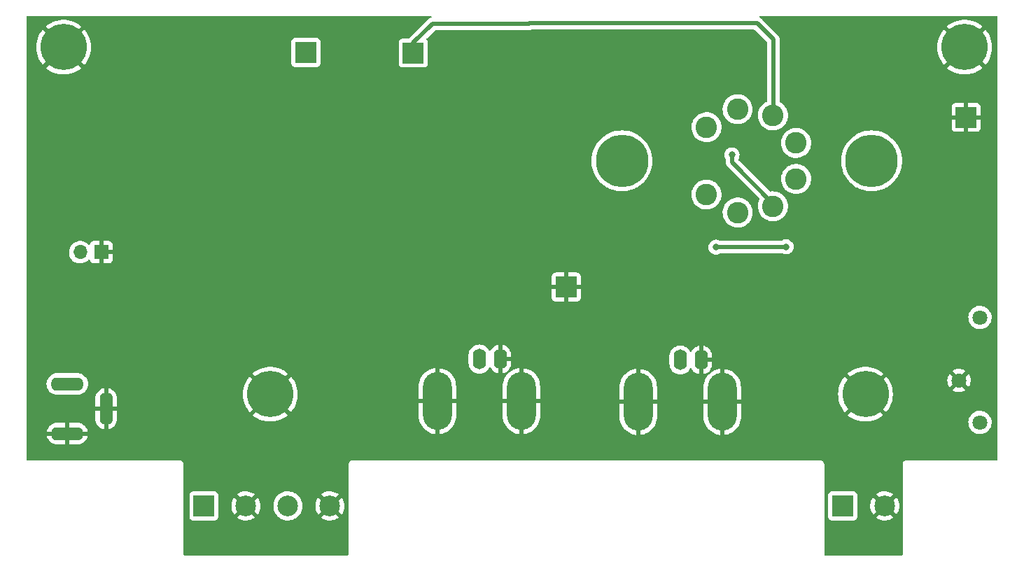
<source format=gbr>
%TF.GenerationSoftware,KiCad,Pcbnew,6.0.4-6f826c9f35~116~ubuntu21.10.1*%
%TF.CreationDate,2022-05-06T18:09:40-07:00*%
%TF.ProjectId,HV_Amplifier,48565f41-6d70-46c6-9966-6965722e6b69,rev?*%
%TF.SameCoordinates,Original*%
%TF.FileFunction,Copper,L2,Bot*%
%TF.FilePolarity,Positive*%
%FSLAX46Y46*%
G04 Gerber Fmt 4.6, Leading zero omitted, Abs format (unit mm)*
G04 Created by KiCad (PCBNEW 6.0.4-6f826c9f35~116~ubuntu21.10.1) date 2022-05-06 18:09:40*
%MOMM*%
%LPD*%
G01*
G04 APERTURE LIST*
%TA.AperFunction,ComponentPad*%
%ADD10C,2.600000*%
%TD*%
%TA.AperFunction,ComponentPad*%
%ADD11C,6.350000*%
%TD*%
%TA.AperFunction,ComponentPad*%
%ADD12C,5.600000*%
%TD*%
%TA.AperFunction,ComponentPad*%
%ADD13O,1.600000X2.500000*%
%TD*%
%TA.AperFunction,ComponentPad*%
%ADD14O,3.500000X7.000000*%
%TD*%
%TA.AperFunction,ComponentPad*%
%ADD15R,2.500000X2.500000*%
%TD*%
%TA.AperFunction,ComponentPad*%
%ADD16O,4.000000X1.600000*%
%TD*%
%TA.AperFunction,ComponentPad*%
%ADD17O,1.600000X4.000000*%
%TD*%
%TA.AperFunction,ComponentPad*%
%ADD18C,2.500000*%
%TD*%
%TA.AperFunction,ComponentPad*%
%ADD19C,1.800000*%
%TD*%
%TA.AperFunction,ComponentPad*%
%ADD20R,1.700000X1.700000*%
%TD*%
%TA.AperFunction,ComponentPad*%
%ADD21O,1.700000X1.700000*%
%TD*%
%TA.AperFunction,ViaPad*%
%ADD22C,0.800000*%
%TD*%
%TA.AperFunction,Conductor*%
%ADD23C,0.500000*%
%TD*%
G04 APERTURE END LIST*
D10*
%TO.P,U1,1,OUT*%
%TO.N,Net-(R5-Pad1)*%
X212778000Y-77342000D03*
%TO.P,U1,2,CL*%
%TO.N,Net-(R6-Pad2)*%
X216538000Y-79512000D03*
%TO.P,U1,3,+VS*%
%TO.N,+VHV*%
X220818000Y-78762000D03*
%TO.P,U1,4,+IN*%
%TO.N,/CTRL*%
X223608000Y-75432000D03*
%TO.P,U1,5,-IN*%
%TO.N,Net-(D1-Pad2)*%
X223608000Y-71092000D03*
%TO.P,U1,6,-VS*%
%TO.N,-VHV*%
X220818000Y-67762000D03*
%TO.P,U1,7,RC*%
%TO.N,Net-(R1-Pad2)*%
X216538000Y-67012000D03*
%TO.P,U1,8,CC*%
%TO.N,Net-(C1-Pad2)*%
X212778000Y-69182000D03*
D11*
%TO.P,U1,C*%
%TO.N,N/C*%
X232738000Y-73262000D03*
X202538000Y-73262000D03*
%TD*%
D12*
%TO.P,H2,1,1*%
%TO.N,GND*%
X160000000Y-101500000D03*
%TD*%
D13*
%TO.P,J4,1,In*%
%TO.N,/HVOUT*%
X209600000Y-97350000D03*
D14*
%TO.P,J4,2,Ext*%
%TO.N,GND*%
X214680000Y-102430000D03*
X204520000Y-102430000D03*
D13*
X212140000Y-97350000D03*
%TD*%
D15*
%TO.P,TP3,1,1*%
%TO.N,GND*%
X244180000Y-68000000D03*
%TD*%
D16*
%TO.P,J3,1*%
%TO.N,/VIN*%
X135450000Y-100250000D03*
%TO.P,J3,2*%
%TO.N,GND*%
X135450000Y-106250000D03*
D17*
%TO.P,J3,3*%
X140150000Y-103250000D03*
%TD*%
D15*
%TO.P,J5,1,Pin_1*%
%TO.N,/HVOUT*%
X229255000Y-115000000D03*
D18*
%TO.P,J5,2,Pin_2*%
%TO.N,GND*%
X234335000Y-115000000D03*
%TD*%
D19*
%TO.P,RV1,1,1*%
%TO.N,Net-(R2-Pad2)*%
X245852000Y-92214000D03*
%TO.P,RV1,2,2*%
%TO.N,GND*%
X243312000Y-99834000D03*
%TO.P,RV1,3,3*%
%TO.N,unconnected-(RV1-Pad3)*%
X245852000Y-104914000D03*
%TD*%
D15*
%TO.P,J1,1,Pin_1*%
%TO.N,/VIN*%
X151980000Y-115000000D03*
D18*
%TO.P,J1,2,Pin_2*%
%TO.N,GND*%
X157060000Y-115000000D03*
%TO.P,J1,3,Pin_3*%
%TO.N,/CTRL*%
X162140000Y-115000000D03*
%TO.P,J1,4,Pin_4*%
%TO.N,GND*%
X167220000Y-115000000D03*
%TD*%
D12*
%TO.P,H3,1,1*%
%TO.N,GND*%
X135000000Y-59500000D03*
%TD*%
D15*
%TO.P,TP4,1,1*%
%TO.N,GND*%
X195810000Y-88530000D03*
%TD*%
D13*
%TO.P,J2,1,In*%
%TO.N,/CTRL*%
X185300000Y-97250000D03*
D14*
%TO.P,J2,2,Ext*%
%TO.N,GND*%
X190380000Y-102330000D03*
X180220000Y-102330000D03*
D13*
X187840000Y-97250000D03*
%TD*%
D12*
%TO.P,H4,1,1*%
%TO.N,GND*%
X244000000Y-59500000D03*
%TD*%
D15*
%TO.P,TP1,1*%
%TO.N,+VHV*%
X164322000Y-60142000D03*
%TD*%
D12*
%TO.P,H1,1,1*%
%TO.N,GND*%
X232000000Y-101500000D03*
%TD*%
D15*
%TO.P,TP2,1*%
%TO.N,-VHV*%
X177300000Y-60200000D03*
%TD*%
D20*
%TO.P,JP1,1,A*%
%TO.N,GND*%
X139552000Y-84308000D03*
D21*
%TO.P,JP1,2,B*%
%TO.N,Net-(JP1-Pad2)*%
X137012000Y-84308000D03*
%TD*%
D22*
%TO.N,GND*%
X149000000Y-73840000D03*
X149000000Y-70270000D03*
X151920000Y-73840000D03*
X146160000Y-73840000D03*
X151920000Y-70270000D03*
X146160000Y-70270000D03*
%TO.N,+VHV*%
X215850000Y-72530000D03*
%TO.N,Net-(D1-Pad2)*%
X222390000Y-83660000D03*
X213920000Y-83700000D03*
%TO.N,GND*%
X185130000Y-89890000D03*
X162970000Y-80260000D03*
X149000000Y-90500000D03*
X236590000Y-62700000D03*
X181860000Y-75150000D03*
X165210000Y-87420000D03*
X224420000Y-93080000D03*
X146500000Y-98500000D03*
X185490000Y-76740000D03*
X170570000Y-103500000D03*
%TD*%
D23*
%TO.N,+VHV*%
X220818000Y-78762000D02*
X220818000Y-78398000D01*
X220818000Y-78398000D02*
X215850000Y-73430000D01*
X215850000Y-73430000D02*
X215850000Y-72530000D01*
%TO.N,Net-(D1-Pad2)*%
X222350000Y-83700000D02*
X222390000Y-83660000D01*
X213920000Y-83700000D02*
X222350000Y-83700000D01*
%TO.N,-VHV*%
X177300000Y-60200000D02*
X177300000Y-58990000D01*
X177300000Y-58990000D02*
X179590000Y-56700000D01*
X179590000Y-56700000D02*
X191280000Y-56700000D01*
X220840000Y-58570000D02*
X220840000Y-67740000D01*
X220840000Y-67740000D02*
X220818000Y-67762000D01*
X191280000Y-56700000D02*
X191350000Y-56630000D01*
X191350000Y-56630000D02*
X218900000Y-56630000D01*
X218900000Y-56630000D02*
X220840000Y-58570000D01*
%TD*%
%TA.AperFunction,Conductor*%
%TO.N,GND*%
G36*
X179455858Y-55728502D02*
G01*
X179502351Y-55782158D01*
X179512455Y-55852432D01*
X179482961Y-55917012D01*
X179417915Y-55956399D01*
X179414319Y-55956818D01*
X179345673Y-55981735D01*
X179341545Y-55983152D01*
X179279064Y-56003393D01*
X179279062Y-56003394D01*
X179272101Y-56005649D01*
X179265846Y-56009445D01*
X179260372Y-56011951D01*
X179254942Y-56014670D01*
X179248063Y-56017167D01*
X179241943Y-56021180D01*
X179241942Y-56021180D01*
X179187024Y-56057186D01*
X179183320Y-56059523D01*
X179120893Y-56097405D01*
X179112516Y-56104803D01*
X179112492Y-56104776D01*
X179109500Y-56107429D01*
X179106267Y-56110132D01*
X179100148Y-56114144D01*
X179095116Y-56119456D01*
X179046872Y-56170383D01*
X179044494Y-56172825D01*
X176812724Y-58404595D01*
X176750412Y-58438621D01*
X176723629Y-58441500D01*
X176001866Y-58441500D01*
X175939684Y-58448255D01*
X175803295Y-58499385D01*
X175686739Y-58586739D01*
X175599385Y-58703295D01*
X175548255Y-58839684D01*
X175541500Y-58901866D01*
X175541500Y-61498134D01*
X175548255Y-61560316D01*
X175599385Y-61696705D01*
X175686739Y-61813261D01*
X175803295Y-61900615D01*
X175939684Y-61951745D01*
X176001866Y-61958500D01*
X178598134Y-61958500D01*
X178660316Y-61951745D01*
X178796705Y-61900615D01*
X178913261Y-61813261D01*
X179000615Y-61696705D01*
X179051745Y-61560316D01*
X179058500Y-61498134D01*
X179058500Y-58901866D01*
X179051745Y-58839684D01*
X179000615Y-58703295D01*
X178919948Y-58595661D01*
X178895100Y-58529156D01*
X178910153Y-58459773D01*
X178931679Y-58431002D01*
X179867276Y-57495405D01*
X179929588Y-57461379D01*
X179956371Y-57458500D01*
X191212930Y-57458500D01*
X191231880Y-57459933D01*
X191246115Y-57462099D01*
X191246119Y-57462099D01*
X191253349Y-57463199D01*
X191260641Y-57462606D01*
X191260644Y-57462606D01*
X191306018Y-57458915D01*
X191316233Y-57458500D01*
X191324293Y-57458500D01*
X191337583Y-57456951D01*
X191352507Y-57455211D01*
X191356882Y-57454778D01*
X191422339Y-57449454D01*
X191422342Y-57449453D01*
X191429637Y-57448860D01*
X191436601Y-57446604D01*
X191442560Y-57445413D01*
X191448415Y-57444029D01*
X191455681Y-57443182D01*
X191524327Y-57418265D01*
X191528455Y-57416848D01*
X191597030Y-57394633D01*
X191635861Y-57388500D01*
X218533629Y-57388500D01*
X218601750Y-57408502D01*
X218622724Y-57425405D01*
X220044595Y-58847276D01*
X220078621Y-58909588D01*
X220081500Y-58936371D01*
X220081500Y-66029354D01*
X220061498Y-66097475D01*
X220008252Y-66143780D01*
X219938763Y-66175815D01*
X219934854Y-66178378D01*
X219717881Y-66320631D01*
X219717876Y-66320635D01*
X219713968Y-66323197D01*
X219513426Y-66502188D01*
X219341544Y-66708854D01*
X219202096Y-66938656D01*
X219098148Y-67186545D01*
X219031981Y-67447077D01*
X219005050Y-67714526D01*
X219005274Y-67719192D01*
X219005274Y-67719197D01*
X219006525Y-67745242D01*
X219017947Y-67983019D01*
X219070388Y-68246656D01*
X219161220Y-68499646D01*
X219288450Y-68736431D01*
X219291241Y-68740168D01*
X219291245Y-68740175D01*
X219372887Y-68849506D01*
X219449281Y-68951810D01*
X219452590Y-68955090D01*
X219452595Y-68955096D01*
X219628904Y-69129872D01*
X219640180Y-69141050D01*
X219643942Y-69143808D01*
X219643945Y-69143811D01*
X219756299Y-69226192D01*
X219856954Y-69299995D01*
X219861089Y-69302171D01*
X219861093Y-69302173D01*
X220090698Y-69422975D01*
X220094840Y-69425154D01*
X220348613Y-69513775D01*
X220353206Y-69514647D01*
X220608109Y-69563042D01*
X220608112Y-69563042D01*
X220612698Y-69563913D01*
X220740370Y-69568929D01*
X220876625Y-69574283D01*
X220876630Y-69574283D01*
X220881293Y-69574466D01*
X220985607Y-69563042D01*
X221143844Y-69545713D01*
X221143850Y-69545712D01*
X221148497Y-69545203D01*
X221154707Y-69543568D01*
X221403918Y-69477956D01*
X221403920Y-69477955D01*
X221408441Y-69476765D01*
X221412738Y-69474919D01*
X221651120Y-69372502D01*
X221651122Y-69372501D01*
X221655414Y-69370657D01*
X221774071Y-69297230D01*
X221880017Y-69231669D01*
X221880021Y-69231666D01*
X221883990Y-69229210D01*
X222089149Y-69055530D01*
X222266382Y-68853434D01*
X222285343Y-68823957D01*
X222380063Y-68676697D01*
X222411797Y-68627361D01*
X222522199Y-68382278D01*
X222559209Y-68251051D01*
X222593893Y-68128072D01*
X222593894Y-68128069D01*
X222595163Y-68123568D01*
X222613133Y-67982316D01*
X222628688Y-67860045D01*
X222628688Y-67860041D01*
X222629086Y-67856915D01*
X222631571Y-67762000D01*
X222629036Y-67727885D01*
X242422000Y-67727885D01*
X242426475Y-67743124D01*
X242427865Y-67744329D01*
X242435548Y-67746000D01*
X243907885Y-67746000D01*
X243923124Y-67741525D01*
X243924329Y-67740135D01*
X243926000Y-67732452D01*
X243926000Y-67727885D01*
X244434000Y-67727885D01*
X244438475Y-67743124D01*
X244439865Y-67744329D01*
X244447548Y-67746000D01*
X245919884Y-67746000D01*
X245935123Y-67741525D01*
X245936328Y-67740135D01*
X245937999Y-67732452D01*
X245937999Y-66705331D01*
X245937629Y-66698510D01*
X245932105Y-66647648D01*
X245928479Y-66632396D01*
X245883324Y-66511946D01*
X245874786Y-66496351D01*
X245798285Y-66394276D01*
X245785724Y-66381715D01*
X245683649Y-66305214D01*
X245668054Y-66296676D01*
X245547606Y-66251522D01*
X245532351Y-66247895D01*
X245481486Y-66242369D01*
X245474672Y-66242000D01*
X244452115Y-66242000D01*
X244436876Y-66246475D01*
X244435671Y-66247865D01*
X244434000Y-66255548D01*
X244434000Y-67727885D01*
X243926000Y-67727885D01*
X243926000Y-66260116D01*
X243921525Y-66244877D01*
X243920135Y-66243672D01*
X243912452Y-66242001D01*
X242885331Y-66242001D01*
X242878510Y-66242371D01*
X242827648Y-66247895D01*
X242812396Y-66251521D01*
X242691946Y-66296676D01*
X242676351Y-66305214D01*
X242574276Y-66381715D01*
X242561715Y-66394276D01*
X242485214Y-66496351D01*
X242476676Y-66511946D01*
X242431522Y-66632394D01*
X242427895Y-66647649D01*
X242422369Y-66698514D01*
X242422000Y-66705328D01*
X242422000Y-67727885D01*
X222629036Y-67727885D01*
X222620818Y-67617306D01*
X222611996Y-67498592D01*
X222611996Y-67498591D01*
X222611650Y-67493937D01*
X222609682Y-67485239D01*
X222553361Y-67236331D01*
X222553360Y-67236326D01*
X222552327Y-67231763D01*
X222454902Y-66981238D01*
X222321518Y-66747864D01*
X222318423Y-66743937D01*
X222230489Y-66632394D01*
X222155105Y-66536769D01*
X221959317Y-66352591D01*
X221790665Y-66235592D01*
X221742299Y-66202039D01*
X221742296Y-66202037D01*
X221738457Y-66199374D01*
X221668770Y-66165008D01*
X221616523Y-66116940D01*
X221598500Y-66052003D01*
X221598500Y-62016381D01*
X241849160Y-62016381D01*
X241849237Y-62017470D01*
X241851698Y-62021206D01*
X242125632Y-62231404D01*
X242131262Y-62235259D01*
X242431591Y-62417862D01*
X242437593Y-62421080D01*
X242755897Y-62570184D01*
X242762202Y-62572732D01*
X243094743Y-62686587D01*
X243101313Y-62688446D01*
X243444183Y-62765714D01*
X243450912Y-62766853D01*
X243800143Y-62806643D01*
X243806933Y-62807046D01*
X244158419Y-62808886D01*
X244165220Y-62808554D01*
X244514853Y-62772423D01*
X244521581Y-62771357D01*
X244865274Y-62697676D01*
X244871822Y-62695897D01*
X245205549Y-62585527D01*
X245211891Y-62583041D01*
X245531718Y-62437288D01*
X245537777Y-62434121D01*
X245839995Y-62254676D01*
X245845659Y-62250884D01*
X246126732Y-62039849D01*
X246131958Y-62035464D01*
X246141613Y-62026428D01*
X246149682Y-62012750D01*
X246149654Y-62012024D01*
X246144512Y-62003723D01*
X244012810Y-59872020D01*
X243998869Y-59864408D01*
X243997034Y-59864539D01*
X243990420Y-59868790D01*
X241856774Y-62002437D01*
X241849160Y-62016381D01*
X221598500Y-62016381D01*
X221598500Y-59491832D01*
X240687333Y-59491832D01*
X240705117Y-59842893D01*
X240705827Y-59849649D01*
X240761420Y-60196723D01*
X240762859Y-60203378D01*
X240855608Y-60542410D01*
X240857757Y-60548871D01*
X240986581Y-60875912D01*
X240989412Y-60882095D01*
X241152803Y-61193310D01*
X241156286Y-61199152D01*
X241352330Y-61490896D01*
X241356433Y-61496340D01*
X241476425Y-61638836D01*
X241489164Y-61647279D01*
X241499608Y-61641181D01*
X243627980Y-59512810D01*
X243634357Y-59501131D01*
X244364408Y-59501131D01*
X244364539Y-59502966D01*
X244368790Y-59509580D01*
X246499009Y-61639798D01*
X246512605Y-61647223D01*
X246522218Y-61640522D01*
X246622518Y-61523912D01*
X246626676Y-61518514D01*
X246825762Y-61228840D01*
X246829310Y-61223029D01*
X246995942Y-60913559D01*
X246998849Y-60907381D01*
X247131090Y-60581713D01*
X247133304Y-60575283D01*
X247229598Y-60237237D01*
X247231105Y-60230607D01*
X247290332Y-59884118D01*
X247291112Y-59877378D01*
X247312668Y-59524925D01*
X247312784Y-59521323D01*
X247312853Y-59501819D01*
X247312761Y-59498194D01*
X247293666Y-59145615D01*
X247292931Y-59138849D01*
X247236130Y-58791985D01*
X247234663Y-58785313D01*
X247140736Y-58446627D01*
X247138562Y-58440163D01*
X247008598Y-58113578D01*
X247005742Y-58107398D01*
X246841269Y-57796763D01*
X246837769Y-57790937D01*
X246640697Y-57499862D01*
X246636590Y-57494453D01*
X246523565Y-57361179D01*
X246510740Y-57352743D01*
X246500416Y-57358795D01*
X244372020Y-59487190D01*
X244364408Y-59501131D01*
X243634357Y-59501131D01*
X243635592Y-59498869D01*
X243635461Y-59497034D01*
X243631210Y-59490420D01*
X241500992Y-57360203D01*
X241487455Y-57352811D01*
X241477753Y-57359599D01*
X241370430Y-57485257D01*
X241366296Y-57490664D01*
X241168215Y-57781041D01*
X241164697Y-57786851D01*
X240999134Y-58096922D01*
X240996259Y-58103087D01*
X240865155Y-58429218D01*
X240862962Y-58435658D01*
X240767846Y-58774044D01*
X240766363Y-58780679D01*
X240708350Y-59127354D01*
X240707591Y-59134126D01*
X240687357Y-59485037D01*
X240687333Y-59491832D01*
X221598500Y-59491832D01*
X221598500Y-58637069D01*
X221599933Y-58618118D01*
X221602099Y-58603883D01*
X221602099Y-58603881D01*
X221603199Y-58596651D01*
X221598915Y-58543982D01*
X221598500Y-58533767D01*
X221598500Y-58525707D01*
X221596059Y-58504771D01*
X221595211Y-58497493D01*
X221594778Y-58493118D01*
X221589454Y-58427661D01*
X221589453Y-58427658D01*
X221588860Y-58420363D01*
X221586604Y-58413399D01*
X221585413Y-58407440D01*
X221584029Y-58401585D01*
X221583182Y-58394319D01*
X221558265Y-58325673D01*
X221556848Y-58321545D01*
X221536607Y-58259064D01*
X221536606Y-58259062D01*
X221534351Y-58252101D01*
X221530555Y-58245846D01*
X221528049Y-58240372D01*
X221525330Y-58234942D01*
X221522833Y-58228063D01*
X221482809Y-58167016D01*
X221480472Y-58163312D01*
X221445509Y-58105693D01*
X221445505Y-58105688D01*
X221442595Y-58100892D01*
X221435197Y-58092516D01*
X221435223Y-58092493D01*
X221432574Y-58089503D01*
X221429866Y-58086264D01*
X221425856Y-58080148D01*
X221420549Y-58075121D01*
X221420546Y-58075117D01*
X221369617Y-58026872D01*
X221367175Y-58024494D01*
X220329543Y-56986862D01*
X241849950Y-56986862D01*
X241849986Y-56987704D01*
X241855037Y-56995826D01*
X243987190Y-59127980D01*
X244001131Y-59135592D01*
X244002966Y-59135461D01*
X244009580Y-59131210D01*
X246142798Y-56997991D01*
X246150412Y-56984047D01*
X246150344Y-56983089D01*
X246145836Y-56976272D01*
X246144418Y-56975065D01*
X245864813Y-56762064D01*
X245859187Y-56758240D01*
X245558214Y-56576681D01*
X245552202Y-56573484D01*
X245233370Y-56425487D01*
X245227070Y-56422967D01*
X244894129Y-56310273D01*
X244887551Y-56308437D01*
X244544417Y-56232367D01*
X244537678Y-56231251D01*
X244188310Y-56192680D01*
X244181529Y-56192301D01*
X243830015Y-56191687D01*
X243823242Y-56192042D01*
X243473720Y-56229395D01*
X243467010Y-56230482D01*
X243123586Y-56305361D01*
X243117011Y-56307172D01*
X242783683Y-56418702D01*
X242777361Y-56421205D01*
X242458034Y-56568079D01*
X242451991Y-56571265D01*
X242150401Y-56751763D01*
X242144755Y-56755571D01*
X241864408Y-56967596D01*
X241859211Y-56971987D01*
X241857972Y-56973155D01*
X241849950Y-56986862D01*
X220329543Y-56986862D01*
X219483770Y-56141089D01*
X219471384Y-56126677D01*
X219462851Y-56115082D01*
X219462846Y-56115077D01*
X219458508Y-56109182D01*
X219452930Y-56104443D01*
X219452927Y-56104440D01*
X219418232Y-56074965D01*
X219410716Y-56068035D01*
X219405021Y-56062340D01*
X219398506Y-56057186D01*
X219382749Y-56044719D01*
X219379345Y-56041928D01*
X219329297Y-55999409D01*
X219329295Y-55999408D01*
X219323715Y-55994667D01*
X219317199Y-55991339D01*
X219312150Y-55987972D01*
X219307021Y-55984805D01*
X219301284Y-55980266D01*
X219235125Y-55949345D01*
X219231227Y-55947440D01*
X219229813Y-55946718D01*
X219178239Y-55897925D01*
X219161232Y-55828996D01*
X219184191Y-55761814D01*
X219239827Y-55717709D01*
X219287112Y-55708500D01*
X247865500Y-55708500D01*
X247933621Y-55728502D01*
X247980114Y-55782158D01*
X247991500Y-55834500D01*
X247991500Y-109365500D01*
X247971498Y-109433621D01*
X247917842Y-109480114D01*
X247865500Y-109491500D01*
X237008623Y-109491500D01*
X237007853Y-109491498D01*
X237007037Y-109491493D01*
X236930279Y-109491024D01*
X236907918Y-109497415D01*
X236901847Y-109499150D01*
X236885085Y-109502728D01*
X236855813Y-109506920D01*
X236847645Y-109510634D01*
X236847644Y-109510634D01*
X236832438Y-109517548D01*
X236814914Y-109523996D01*
X236790229Y-109531051D01*
X236782635Y-109535843D01*
X236782632Y-109535844D01*
X236765220Y-109546830D01*
X236750137Y-109554969D01*
X236723218Y-109567208D01*
X236716416Y-109573069D01*
X236703765Y-109583970D01*
X236688761Y-109595073D01*
X236667042Y-109608776D01*
X236661103Y-109615501D01*
X236661099Y-109615504D01*
X236647468Y-109630938D01*
X236635276Y-109642982D01*
X236619673Y-109656427D01*
X236619671Y-109656430D01*
X236612873Y-109662287D01*
X236607993Y-109669816D01*
X236607992Y-109669817D01*
X236598906Y-109683835D01*
X236587615Y-109698709D01*
X236576569Y-109711217D01*
X236570622Y-109717951D01*
X236564312Y-109731391D01*
X236558058Y-109744711D01*
X236549737Y-109759691D01*
X236538529Y-109776983D01*
X236538527Y-109776988D01*
X236533648Y-109784515D01*
X236531078Y-109793108D01*
X236531076Y-109793113D01*
X236526289Y-109809120D01*
X236519628Y-109826564D01*
X236512533Y-109841676D01*
X236508719Y-109849800D01*
X236507338Y-109858667D01*
X236507338Y-109858668D01*
X236504170Y-109879015D01*
X236500387Y-109895732D01*
X236494485Y-109915466D01*
X236494484Y-109915472D01*
X236491914Y-109924066D01*
X236491859Y-109933037D01*
X236491859Y-109933038D01*
X236491704Y-109958497D01*
X236491671Y-109959289D01*
X236491500Y-109960386D01*
X236491500Y-109991377D01*
X236491498Y-109992147D01*
X236491024Y-110069721D01*
X236491408Y-110071065D01*
X236491500Y-110072410D01*
X236491500Y-120865500D01*
X236471498Y-120933621D01*
X236417842Y-120980114D01*
X236365500Y-120991500D01*
X227134500Y-120991500D01*
X227066379Y-120971498D01*
X227019886Y-120917842D01*
X227008500Y-120865500D01*
X227008500Y-116298134D01*
X227496500Y-116298134D01*
X227503255Y-116360316D01*
X227554385Y-116496705D01*
X227641739Y-116613261D01*
X227758295Y-116700615D01*
X227894684Y-116751745D01*
X227956866Y-116758500D01*
X230553134Y-116758500D01*
X230615316Y-116751745D01*
X230751705Y-116700615D01*
X230868261Y-116613261D01*
X230955615Y-116496705D01*
X230988444Y-116409133D01*
X233290612Y-116409133D01*
X233299325Y-116420653D01*
X233397018Y-116492284D01*
X233404928Y-116497227D01*
X233627890Y-116614533D01*
X233636453Y-116618256D01*
X233874304Y-116701318D01*
X233883313Y-116703732D01*
X234130842Y-116750727D01*
X234140098Y-116751781D01*
X234391857Y-116761673D01*
X234401171Y-116761347D01*
X234651615Y-116733920D01*
X234660792Y-116732219D01*
X234904431Y-116668074D01*
X234913251Y-116665037D01*
X235144736Y-116565583D01*
X235153008Y-116561276D01*
X235367249Y-116428700D01*
X235374188Y-116423658D01*
X235382518Y-116411019D01*
X235376456Y-116400666D01*
X234347812Y-115372022D01*
X234333868Y-115364408D01*
X234332035Y-115364539D01*
X234325420Y-115368790D01*
X233297270Y-116396940D01*
X233290612Y-116409133D01*
X230988444Y-116409133D01*
X231006745Y-116360316D01*
X231013500Y-116298134D01*
X231013500Y-114958523D01*
X232572898Y-114958523D01*
X232584987Y-115210175D01*
X232586124Y-115219435D01*
X232635274Y-115466535D01*
X232637768Y-115475528D01*
X232722900Y-115712639D01*
X232726700Y-115721174D01*
X232845946Y-115943101D01*
X232850957Y-115950968D01*
X232914446Y-116035990D01*
X232925704Y-116044439D01*
X232938123Y-116037667D01*
X233962978Y-115012812D01*
X233969356Y-115001132D01*
X234699408Y-115001132D01*
X234699539Y-115002965D01*
X234703790Y-115009580D01*
X235734913Y-116040703D01*
X235747293Y-116047463D01*
X235755634Y-116041219D01*
X235881765Y-115845127D01*
X235886212Y-115836936D01*
X235989691Y-115607222D01*
X235992882Y-115598455D01*
X236061269Y-115355976D01*
X236063129Y-115346834D01*
X236095116Y-115095396D01*
X236095597Y-115089108D01*
X236097847Y-115003160D01*
X236097696Y-114996851D01*
X236078912Y-114744074D01*
X236077536Y-114734868D01*
X236021929Y-114489126D01*
X236019205Y-114480215D01*
X235927888Y-114245392D01*
X235923877Y-114236983D01*
X235798854Y-114018240D01*
X235793643Y-114010514D01*
X235756391Y-113963261D01*
X235744466Y-113954790D01*
X235732934Y-113961276D01*
X234707022Y-114987188D01*
X234699408Y-115001132D01*
X233969356Y-115001132D01*
X233970592Y-114998868D01*
X233970461Y-114997035D01*
X233966210Y-114990420D01*
X232936321Y-113960531D01*
X232923013Y-113953264D01*
X232912974Y-113960386D01*
X232902761Y-113972666D01*
X232897346Y-113980258D01*
X232766646Y-114195646D01*
X232762408Y-114203963D01*
X232664981Y-114436299D01*
X232662020Y-114445149D01*
X232600006Y-114689331D01*
X232598384Y-114698528D01*
X232573143Y-114949198D01*
X232572898Y-114958523D01*
X231013500Y-114958523D01*
X231013500Y-113701866D01*
X231006745Y-113639684D01*
X230987671Y-113588803D01*
X233288216Y-113588803D01*
X233292789Y-113598579D01*
X234322188Y-114627978D01*
X234336132Y-114635592D01*
X234337965Y-114635461D01*
X234344580Y-114631210D01*
X235373419Y-113602371D01*
X235379803Y-113590681D01*
X235370391Y-113578570D01*
X235233593Y-113483670D01*
X235225565Y-113478942D01*
X234999593Y-113367505D01*
X234990960Y-113364017D01*
X234750998Y-113287205D01*
X234741938Y-113285029D01*
X234493260Y-113244529D01*
X234483973Y-113243717D01*
X234232053Y-113240419D01*
X234222742Y-113240989D01*
X233973097Y-113274964D01*
X233963978Y-113276902D01*
X233722098Y-113347404D01*
X233713367Y-113350667D01*
X233484558Y-113456151D01*
X233476406Y-113460670D01*
X233297353Y-113578062D01*
X233288216Y-113588803D01*
X230987671Y-113588803D01*
X230955615Y-113503295D01*
X230868261Y-113386739D01*
X230751705Y-113299385D01*
X230615316Y-113248255D01*
X230553134Y-113241500D01*
X227956866Y-113241500D01*
X227894684Y-113248255D01*
X227758295Y-113299385D01*
X227641739Y-113386739D01*
X227554385Y-113503295D01*
X227503255Y-113639684D01*
X227496500Y-113701866D01*
X227496500Y-116298134D01*
X227008500Y-116298134D01*
X227008500Y-110008623D01*
X227008502Y-110007853D01*
X227008800Y-109959102D01*
X227008976Y-109930279D01*
X227000850Y-109901847D01*
X226997272Y-109885085D01*
X226994352Y-109864698D01*
X226993080Y-109855813D01*
X226982451Y-109832436D01*
X226976004Y-109814913D01*
X226971416Y-109798862D01*
X226968949Y-109790229D01*
X226964156Y-109782632D01*
X226953170Y-109765220D01*
X226945030Y-109750135D01*
X226942564Y-109744711D01*
X226932792Y-109723218D01*
X226916030Y-109703765D01*
X226904927Y-109688761D01*
X226891224Y-109667042D01*
X226884499Y-109661103D01*
X226884496Y-109661099D01*
X226869062Y-109647468D01*
X226857018Y-109635276D01*
X226843573Y-109619673D01*
X226843570Y-109619671D01*
X226837713Y-109612873D01*
X226824009Y-109603990D01*
X226816165Y-109598906D01*
X226801291Y-109587615D01*
X226788783Y-109576569D01*
X226788782Y-109576568D01*
X226782049Y-109570622D01*
X226755287Y-109558057D01*
X226740309Y-109549737D01*
X226723017Y-109538529D01*
X226723012Y-109538527D01*
X226715485Y-109533648D01*
X226706892Y-109531078D01*
X226706887Y-109531076D01*
X226690880Y-109526289D01*
X226673436Y-109519628D01*
X226658324Y-109512533D01*
X226658322Y-109512532D01*
X226650200Y-109508719D01*
X226641333Y-109507338D01*
X226641332Y-109507338D01*
X226630478Y-109505648D01*
X226620983Y-109504170D01*
X226604268Y-109500387D01*
X226584534Y-109494485D01*
X226584528Y-109494484D01*
X226575934Y-109491914D01*
X226566963Y-109491859D01*
X226566962Y-109491859D01*
X226556903Y-109491798D01*
X226541494Y-109491704D01*
X226540711Y-109491671D01*
X226539614Y-109491500D01*
X226508623Y-109491500D01*
X226507853Y-109491498D01*
X226434215Y-109491048D01*
X226434214Y-109491048D01*
X226430279Y-109491024D01*
X226428935Y-109491408D01*
X226427590Y-109491500D01*
X170008623Y-109491500D01*
X170007853Y-109491498D01*
X170007037Y-109491493D01*
X169930279Y-109491024D01*
X169907918Y-109497415D01*
X169901847Y-109499150D01*
X169885085Y-109502728D01*
X169855813Y-109506920D01*
X169847645Y-109510634D01*
X169847644Y-109510634D01*
X169832438Y-109517548D01*
X169814914Y-109523996D01*
X169790229Y-109531051D01*
X169782635Y-109535843D01*
X169782632Y-109535844D01*
X169765220Y-109546830D01*
X169750137Y-109554969D01*
X169723218Y-109567208D01*
X169716416Y-109573069D01*
X169703765Y-109583970D01*
X169688761Y-109595073D01*
X169667042Y-109608776D01*
X169661103Y-109615501D01*
X169661099Y-109615504D01*
X169647468Y-109630938D01*
X169635276Y-109642982D01*
X169619673Y-109656427D01*
X169619671Y-109656430D01*
X169612873Y-109662287D01*
X169607993Y-109669816D01*
X169607992Y-109669817D01*
X169598906Y-109683835D01*
X169587615Y-109698709D01*
X169576569Y-109711217D01*
X169570622Y-109717951D01*
X169564312Y-109731391D01*
X169558058Y-109744711D01*
X169549737Y-109759691D01*
X169538529Y-109776983D01*
X169538527Y-109776988D01*
X169533648Y-109784515D01*
X169531078Y-109793108D01*
X169531076Y-109793113D01*
X169526289Y-109809120D01*
X169519628Y-109826564D01*
X169512533Y-109841676D01*
X169508719Y-109849800D01*
X169507338Y-109858667D01*
X169507338Y-109858668D01*
X169504170Y-109879015D01*
X169500387Y-109895732D01*
X169494485Y-109915466D01*
X169494484Y-109915472D01*
X169491914Y-109924066D01*
X169491859Y-109933037D01*
X169491859Y-109933038D01*
X169491704Y-109958497D01*
X169491671Y-109959289D01*
X169491500Y-109960386D01*
X169491500Y-109991377D01*
X169491498Y-109992147D01*
X169491024Y-110069721D01*
X169491408Y-110071065D01*
X169491500Y-110072410D01*
X169491500Y-120865500D01*
X169471498Y-120933621D01*
X169417842Y-120980114D01*
X169365500Y-120991500D01*
X149634500Y-120991500D01*
X149566379Y-120971498D01*
X149519886Y-120917842D01*
X149508500Y-120865500D01*
X149508500Y-116298134D01*
X150221500Y-116298134D01*
X150228255Y-116360316D01*
X150279385Y-116496705D01*
X150366739Y-116613261D01*
X150483295Y-116700615D01*
X150619684Y-116751745D01*
X150681866Y-116758500D01*
X153278134Y-116758500D01*
X153340316Y-116751745D01*
X153476705Y-116700615D01*
X153593261Y-116613261D01*
X153680615Y-116496705D01*
X153713444Y-116409133D01*
X156015612Y-116409133D01*
X156024325Y-116420653D01*
X156122018Y-116492284D01*
X156129928Y-116497227D01*
X156352890Y-116614533D01*
X156361453Y-116618256D01*
X156599304Y-116701318D01*
X156608313Y-116703732D01*
X156855842Y-116750727D01*
X156865098Y-116751781D01*
X157116857Y-116761673D01*
X157126171Y-116761347D01*
X157376615Y-116733920D01*
X157385792Y-116732219D01*
X157629431Y-116668074D01*
X157638251Y-116665037D01*
X157869736Y-116565583D01*
X157878008Y-116561276D01*
X158092249Y-116428700D01*
X158099188Y-116423658D01*
X158107518Y-116411019D01*
X158101456Y-116400666D01*
X157072812Y-115372022D01*
X157058868Y-115364408D01*
X157057035Y-115364539D01*
X157050420Y-115368790D01*
X156022270Y-116396940D01*
X156015612Y-116409133D01*
X153713444Y-116409133D01*
X153731745Y-116360316D01*
X153738500Y-116298134D01*
X153738500Y-114958523D01*
X155297898Y-114958523D01*
X155309987Y-115210175D01*
X155311124Y-115219435D01*
X155360274Y-115466535D01*
X155362768Y-115475528D01*
X155447900Y-115712639D01*
X155451700Y-115721174D01*
X155570946Y-115943101D01*
X155575957Y-115950968D01*
X155639446Y-116035990D01*
X155650704Y-116044439D01*
X155663123Y-116037667D01*
X156687978Y-115012812D01*
X156694356Y-115001132D01*
X157424408Y-115001132D01*
X157424539Y-115002965D01*
X157428790Y-115009580D01*
X158459913Y-116040703D01*
X158472293Y-116047463D01*
X158480634Y-116041219D01*
X158606765Y-115845127D01*
X158611212Y-115836936D01*
X158714691Y-115607222D01*
X158717882Y-115598455D01*
X158786269Y-115355976D01*
X158788129Y-115346834D01*
X158820116Y-115095396D01*
X158820597Y-115089108D01*
X158822847Y-115003160D01*
X158822696Y-114996851D01*
X158819500Y-114953839D01*
X160377173Y-114953839D01*
X160377397Y-114958505D01*
X160377397Y-114958511D01*
X160383443Y-115084374D01*
X160389713Y-115214908D01*
X160440704Y-115471256D01*
X160529026Y-115717252D01*
X160531242Y-115721376D01*
X160595753Y-115841437D01*
X160652737Y-115947491D01*
X160655532Y-115951234D01*
X160655534Y-115951237D01*
X160806330Y-116153177D01*
X160806335Y-116153183D01*
X160809122Y-116156915D01*
X160812431Y-116160195D01*
X160812436Y-116160201D01*
X160991426Y-116337635D01*
X160994743Y-116340923D01*
X160998505Y-116343681D01*
X160998508Y-116343684D01*
X161195736Y-116488297D01*
X161205524Y-116495474D01*
X161209667Y-116497654D01*
X161209669Y-116497655D01*
X161432684Y-116614989D01*
X161432689Y-116614991D01*
X161436834Y-116617172D01*
X161683590Y-116703344D01*
X161688183Y-116704216D01*
X161935785Y-116751224D01*
X161935788Y-116751224D01*
X161940374Y-116752095D01*
X162070958Y-116757226D01*
X162196875Y-116762174D01*
X162196881Y-116762174D01*
X162201543Y-116762357D01*
X162290651Y-116752598D01*
X162456707Y-116734412D01*
X162456712Y-116734411D01*
X162461360Y-116733902D01*
X162574116Y-116704216D01*
X162709594Y-116668548D01*
X162709596Y-116668547D01*
X162714117Y-116667357D01*
X162954262Y-116564182D01*
X163176519Y-116426646D01*
X163180082Y-116423629D01*
X163180087Y-116423626D01*
X163197207Y-116409133D01*
X166175612Y-116409133D01*
X166184325Y-116420653D01*
X166282018Y-116492284D01*
X166289928Y-116497227D01*
X166512890Y-116614533D01*
X166521453Y-116618256D01*
X166759304Y-116701318D01*
X166768313Y-116703732D01*
X167015842Y-116750727D01*
X167025098Y-116751781D01*
X167276857Y-116761673D01*
X167286171Y-116761347D01*
X167536615Y-116733920D01*
X167545792Y-116732219D01*
X167789431Y-116668074D01*
X167798251Y-116665037D01*
X168029736Y-116565583D01*
X168038008Y-116561276D01*
X168252249Y-116428700D01*
X168259188Y-116423658D01*
X168267518Y-116411019D01*
X168261456Y-116400666D01*
X167232812Y-115372022D01*
X167218868Y-115364408D01*
X167217035Y-115364539D01*
X167210420Y-115368790D01*
X166182270Y-116396940D01*
X166175612Y-116409133D01*
X163197207Y-116409133D01*
X163372439Y-116260787D01*
X163372440Y-116260786D01*
X163376005Y-116257768D01*
X163467729Y-116153177D01*
X163545257Y-116064774D01*
X163545261Y-116064769D01*
X163548339Y-116061259D01*
X163689733Y-115841437D01*
X163797083Y-115603129D01*
X163835607Y-115466535D01*
X163866760Y-115356076D01*
X163866761Y-115356073D01*
X163868030Y-115351572D01*
X163884840Y-115219435D01*
X163900616Y-115095421D01*
X163900616Y-115095417D01*
X163901014Y-115092291D01*
X163901098Y-115089108D01*
X163903348Y-115003160D01*
X163903431Y-115000000D01*
X163900349Y-114958523D01*
X165457898Y-114958523D01*
X165469987Y-115210175D01*
X165471124Y-115219435D01*
X165520274Y-115466535D01*
X165522768Y-115475528D01*
X165607900Y-115712639D01*
X165611700Y-115721174D01*
X165730946Y-115943101D01*
X165735957Y-115950968D01*
X165799446Y-116035990D01*
X165810704Y-116044439D01*
X165823123Y-116037667D01*
X166847978Y-115012812D01*
X166854356Y-115001132D01*
X167584408Y-115001132D01*
X167584539Y-115002965D01*
X167588790Y-115009580D01*
X168619913Y-116040703D01*
X168632293Y-116047463D01*
X168640634Y-116041219D01*
X168766765Y-115845127D01*
X168771212Y-115836936D01*
X168874691Y-115607222D01*
X168877882Y-115598455D01*
X168946269Y-115355976D01*
X168948129Y-115346834D01*
X168980116Y-115095396D01*
X168980597Y-115089108D01*
X168982847Y-115003160D01*
X168982696Y-114996851D01*
X168963912Y-114744074D01*
X168962536Y-114734868D01*
X168906929Y-114489126D01*
X168904205Y-114480215D01*
X168812888Y-114245392D01*
X168808877Y-114236983D01*
X168683854Y-114018240D01*
X168678643Y-114010514D01*
X168641391Y-113963261D01*
X168629466Y-113954790D01*
X168617934Y-113961276D01*
X167592022Y-114987188D01*
X167584408Y-115001132D01*
X166854356Y-115001132D01*
X166855592Y-114998868D01*
X166855461Y-114997035D01*
X166851210Y-114990420D01*
X165821321Y-113960531D01*
X165808013Y-113953264D01*
X165797974Y-113960386D01*
X165787761Y-113972666D01*
X165782346Y-113980258D01*
X165651646Y-114195646D01*
X165647408Y-114203963D01*
X165549981Y-114436299D01*
X165547020Y-114445149D01*
X165485006Y-114689331D01*
X165483384Y-114698528D01*
X165458143Y-114949198D01*
X165457898Y-114958523D01*
X163900349Y-114958523D01*
X163884061Y-114739348D01*
X163874825Y-114698528D01*
X163827408Y-114488980D01*
X163826377Y-114484423D01*
X163731647Y-114240823D01*
X163601951Y-114013902D01*
X163440138Y-113808643D01*
X163249763Y-113629557D01*
X163191017Y-113588803D01*
X166173216Y-113588803D01*
X166177789Y-113598579D01*
X167207188Y-114627978D01*
X167221132Y-114635592D01*
X167222965Y-114635461D01*
X167229580Y-114631210D01*
X168258419Y-113602371D01*
X168264803Y-113590681D01*
X168255391Y-113578570D01*
X168118593Y-113483670D01*
X168110565Y-113478942D01*
X167884593Y-113367505D01*
X167875960Y-113364017D01*
X167635998Y-113287205D01*
X167626938Y-113285029D01*
X167378260Y-113244529D01*
X167368973Y-113243717D01*
X167117053Y-113240419D01*
X167107742Y-113240989D01*
X166858097Y-113274964D01*
X166848978Y-113276902D01*
X166607098Y-113347404D01*
X166598367Y-113350667D01*
X166369558Y-113456151D01*
X166361406Y-113460670D01*
X166182353Y-113578062D01*
X166173216Y-113588803D01*
X163191017Y-113588803D01*
X163035009Y-113480576D01*
X162994644Y-113460670D01*
X162804781Y-113367040D01*
X162804778Y-113367039D01*
X162800593Y-113364975D01*
X162754449Y-113350204D01*
X162556123Y-113286720D01*
X162551665Y-113285293D01*
X162293693Y-113243279D01*
X162179942Y-113241790D01*
X162037022Y-113239919D01*
X162037019Y-113239919D01*
X162032345Y-113239858D01*
X161773362Y-113275104D01*
X161522433Y-113348243D01*
X161518180Y-113350203D01*
X161518179Y-113350204D01*
X161467888Y-113373389D01*
X161285072Y-113457668D01*
X161246067Y-113483241D01*
X161070404Y-113598410D01*
X161070399Y-113598414D01*
X161066491Y-113600976D01*
X160871494Y-113775018D01*
X160704363Y-113975970D01*
X160568771Y-114199419D01*
X160467697Y-114440455D01*
X160403359Y-114693783D01*
X160377173Y-114953839D01*
X158819500Y-114953839D01*
X158803912Y-114744074D01*
X158802536Y-114734868D01*
X158746929Y-114489126D01*
X158744205Y-114480215D01*
X158652888Y-114245392D01*
X158648877Y-114236983D01*
X158523854Y-114018240D01*
X158518643Y-114010514D01*
X158481391Y-113963261D01*
X158469466Y-113954790D01*
X158457934Y-113961276D01*
X157432022Y-114987188D01*
X157424408Y-115001132D01*
X156694356Y-115001132D01*
X156695592Y-114998868D01*
X156695461Y-114997035D01*
X156691210Y-114990420D01*
X155661321Y-113960531D01*
X155648013Y-113953264D01*
X155637974Y-113960386D01*
X155627761Y-113972666D01*
X155622346Y-113980258D01*
X155491646Y-114195646D01*
X155487408Y-114203963D01*
X155389981Y-114436299D01*
X155387020Y-114445149D01*
X155325006Y-114689331D01*
X155323384Y-114698528D01*
X155298143Y-114949198D01*
X155297898Y-114958523D01*
X153738500Y-114958523D01*
X153738500Y-113701866D01*
X153731745Y-113639684D01*
X153712671Y-113588803D01*
X156013216Y-113588803D01*
X156017789Y-113598579D01*
X157047188Y-114627978D01*
X157061132Y-114635592D01*
X157062965Y-114635461D01*
X157069580Y-114631210D01*
X158098419Y-113602371D01*
X158104803Y-113590681D01*
X158095391Y-113578570D01*
X157958593Y-113483670D01*
X157950565Y-113478942D01*
X157724593Y-113367505D01*
X157715960Y-113364017D01*
X157475998Y-113287205D01*
X157466938Y-113285029D01*
X157218260Y-113244529D01*
X157208973Y-113243717D01*
X156957053Y-113240419D01*
X156947742Y-113240989D01*
X156698097Y-113274964D01*
X156688978Y-113276902D01*
X156447098Y-113347404D01*
X156438367Y-113350667D01*
X156209558Y-113456151D01*
X156201406Y-113460670D01*
X156022353Y-113578062D01*
X156013216Y-113588803D01*
X153712671Y-113588803D01*
X153680615Y-113503295D01*
X153593261Y-113386739D01*
X153476705Y-113299385D01*
X153340316Y-113248255D01*
X153278134Y-113241500D01*
X150681866Y-113241500D01*
X150619684Y-113248255D01*
X150483295Y-113299385D01*
X150366739Y-113386739D01*
X150279385Y-113503295D01*
X150228255Y-113639684D01*
X150221500Y-113701866D01*
X150221500Y-116298134D01*
X149508500Y-116298134D01*
X149508500Y-110008623D01*
X149508502Y-110007853D01*
X149508800Y-109959102D01*
X149508976Y-109930279D01*
X149500850Y-109901847D01*
X149497272Y-109885085D01*
X149494352Y-109864698D01*
X149493080Y-109855813D01*
X149482451Y-109832436D01*
X149476004Y-109814913D01*
X149471416Y-109798862D01*
X149468949Y-109790229D01*
X149464156Y-109782632D01*
X149453170Y-109765220D01*
X149445030Y-109750135D01*
X149442564Y-109744711D01*
X149432792Y-109723218D01*
X149416030Y-109703765D01*
X149404927Y-109688761D01*
X149391224Y-109667042D01*
X149384499Y-109661103D01*
X149384496Y-109661099D01*
X149369062Y-109647468D01*
X149357018Y-109635276D01*
X149343573Y-109619673D01*
X149343570Y-109619671D01*
X149337713Y-109612873D01*
X149324009Y-109603990D01*
X149316165Y-109598906D01*
X149301291Y-109587615D01*
X149288783Y-109576569D01*
X149288782Y-109576568D01*
X149282049Y-109570622D01*
X149255287Y-109558057D01*
X149240309Y-109549737D01*
X149223017Y-109538529D01*
X149223012Y-109538527D01*
X149215485Y-109533648D01*
X149206892Y-109531078D01*
X149206887Y-109531076D01*
X149190880Y-109526289D01*
X149173436Y-109519628D01*
X149158324Y-109512533D01*
X149158322Y-109512532D01*
X149150200Y-109508719D01*
X149141333Y-109507338D01*
X149141332Y-109507338D01*
X149130478Y-109505648D01*
X149120983Y-109504170D01*
X149104268Y-109500387D01*
X149084534Y-109494485D01*
X149084528Y-109494484D01*
X149075934Y-109491914D01*
X149066963Y-109491859D01*
X149066962Y-109491859D01*
X149056903Y-109491798D01*
X149041494Y-109491704D01*
X149040711Y-109491671D01*
X149039614Y-109491500D01*
X149008623Y-109491500D01*
X149007853Y-109491498D01*
X148934215Y-109491048D01*
X148934214Y-109491048D01*
X148930279Y-109491024D01*
X148928935Y-109491408D01*
X148927590Y-109491500D01*
X130634500Y-109491500D01*
X130566379Y-109471498D01*
X130519886Y-109417842D01*
X130508500Y-109365500D01*
X130508500Y-106516522D01*
X132967273Y-106516522D01*
X133014764Y-106693761D01*
X133018510Y-106704053D01*
X133110586Y-106901511D01*
X133116069Y-106911007D01*
X133241028Y-107089467D01*
X133248084Y-107097875D01*
X133402125Y-107251916D01*
X133410533Y-107258972D01*
X133588993Y-107383931D01*
X133598489Y-107389414D01*
X133795947Y-107481490D01*
X133806239Y-107485236D01*
X134016688Y-107541625D01*
X134027481Y-107543528D01*
X134190170Y-107557762D01*
X134195635Y-107558000D01*
X135177885Y-107558000D01*
X135193124Y-107553525D01*
X135194329Y-107552135D01*
X135196000Y-107544452D01*
X135196000Y-107539885D01*
X135704000Y-107539885D01*
X135708475Y-107555124D01*
X135709865Y-107556329D01*
X135717548Y-107558000D01*
X136704365Y-107558000D01*
X136709830Y-107557762D01*
X136872519Y-107543528D01*
X136883312Y-107541625D01*
X137093761Y-107485236D01*
X137104053Y-107481490D01*
X137301511Y-107389414D01*
X137311007Y-107383931D01*
X137489467Y-107258972D01*
X137497875Y-107251916D01*
X137651916Y-107097875D01*
X137658972Y-107089467D01*
X137783931Y-106911007D01*
X137789414Y-106901511D01*
X137881490Y-106704053D01*
X137885236Y-106693761D01*
X137931394Y-106521497D01*
X137931058Y-106507401D01*
X137923116Y-106504000D01*
X135722115Y-106504000D01*
X135706876Y-106508475D01*
X135705671Y-106509865D01*
X135704000Y-106517548D01*
X135704000Y-107539885D01*
X135196000Y-107539885D01*
X135196000Y-106522115D01*
X135191525Y-106506876D01*
X135190135Y-106505671D01*
X135182452Y-106504000D01*
X132982033Y-106504000D01*
X132968502Y-106507973D01*
X132967273Y-106516522D01*
X130508500Y-106516522D01*
X130508500Y-105978503D01*
X132968606Y-105978503D01*
X132968942Y-105992599D01*
X132976884Y-105996000D01*
X135177885Y-105996000D01*
X135193124Y-105991525D01*
X135194329Y-105990135D01*
X135196000Y-105982452D01*
X135196000Y-105977885D01*
X135704000Y-105977885D01*
X135708475Y-105993124D01*
X135709865Y-105994329D01*
X135717548Y-105996000D01*
X137917967Y-105996000D01*
X137931498Y-105992027D01*
X137932727Y-105983478D01*
X137885236Y-105806239D01*
X137881490Y-105795947D01*
X137789414Y-105598489D01*
X137783931Y-105588993D01*
X137658972Y-105410533D01*
X137651916Y-105402125D01*
X137497875Y-105248084D01*
X137489467Y-105241028D01*
X137311007Y-105116069D01*
X137301511Y-105110586D01*
X137104053Y-105018510D01*
X137093761Y-105014764D01*
X136883312Y-104958375D01*
X136872519Y-104956472D01*
X136709830Y-104942238D01*
X136704365Y-104942000D01*
X135722115Y-104942000D01*
X135706876Y-104946475D01*
X135705671Y-104947865D01*
X135704000Y-104955548D01*
X135704000Y-105977885D01*
X135196000Y-105977885D01*
X135196000Y-104960115D01*
X135191525Y-104944876D01*
X135190135Y-104943671D01*
X135182452Y-104942000D01*
X134195635Y-104942000D01*
X134190170Y-104942238D01*
X134027481Y-104956472D01*
X134016688Y-104958375D01*
X133806239Y-105014764D01*
X133795947Y-105018510D01*
X133598489Y-105110586D01*
X133588993Y-105116069D01*
X133410533Y-105241028D01*
X133402125Y-105248084D01*
X133248084Y-105402125D01*
X133241028Y-105410533D01*
X133116069Y-105588993D01*
X133110586Y-105598489D01*
X133018510Y-105795947D01*
X133014764Y-105806239D01*
X132968606Y-105978503D01*
X130508500Y-105978503D01*
X130508500Y-104504365D01*
X138842000Y-104504365D01*
X138842238Y-104509830D01*
X138856472Y-104672519D01*
X138858375Y-104683312D01*
X138914764Y-104893761D01*
X138918510Y-104904053D01*
X139010586Y-105101511D01*
X139016069Y-105111007D01*
X139141028Y-105289467D01*
X139148084Y-105297875D01*
X139302125Y-105451916D01*
X139310533Y-105458972D01*
X139488993Y-105583931D01*
X139498489Y-105589414D01*
X139695947Y-105681490D01*
X139706239Y-105685236D01*
X139878503Y-105731394D01*
X139892599Y-105731058D01*
X139896000Y-105723116D01*
X139896000Y-105717967D01*
X140404000Y-105717967D01*
X140407973Y-105731498D01*
X140416522Y-105732727D01*
X140593761Y-105685236D01*
X140604053Y-105681490D01*
X140801511Y-105589414D01*
X140811007Y-105583931D01*
X140989467Y-105458972D01*
X140997875Y-105451916D01*
X141151916Y-105297875D01*
X141158972Y-105289467D01*
X141283931Y-105111007D01*
X141289414Y-105101511D01*
X141381490Y-104904053D01*
X141385236Y-104893761D01*
X141441625Y-104683312D01*
X141443528Y-104672519D01*
X141457762Y-104509830D01*
X141458000Y-104504365D01*
X141458000Y-104016381D01*
X157849160Y-104016381D01*
X157849237Y-104017470D01*
X157851698Y-104021206D01*
X158125632Y-104231404D01*
X158131262Y-104235259D01*
X158431591Y-104417862D01*
X158437593Y-104421080D01*
X158755897Y-104570184D01*
X158762202Y-104572732D01*
X159094743Y-104686587D01*
X159101313Y-104688446D01*
X159444183Y-104765714D01*
X159450912Y-104766853D01*
X159800143Y-104806643D01*
X159806933Y-104807046D01*
X160158419Y-104808886D01*
X160165220Y-104808554D01*
X160514853Y-104772423D01*
X160521581Y-104771357D01*
X160865274Y-104697676D01*
X160871822Y-104695897D01*
X161205549Y-104585527D01*
X161211891Y-104583041D01*
X161531718Y-104437288D01*
X161537777Y-104434121D01*
X161839995Y-104254676D01*
X161845659Y-104250884D01*
X161974706Y-104153993D01*
X177962000Y-104153993D01*
X177962139Y-104158182D01*
X177976549Y-104375132D01*
X177977653Y-104383403D01*
X178035290Y-104669251D01*
X178037478Y-104677303D01*
X178132409Y-104953005D01*
X178135650Y-104960716D01*
X178266213Y-105221444D01*
X178270434Y-105228638D01*
X178434341Y-105469820D01*
X178439474Y-105476390D01*
X178633839Y-105693775D01*
X178639795Y-105699608D01*
X178861203Y-105889378D01*
X178867884Y-105894376D01*
X179112437Y-106053191D01*
X179119727Y-106057265D01*
X179383132Y-106182338D01*
X179390900Y-106185414D01*
X179668531Y-106274552D01*
X179676637Y-106276573D01*
X179948170Y-106325429D01*
X179961429Y-106323997D01*
X179966000Y-106309387D01*
X179966000Y-106306367D01*
X180474000Y-106306367D01*
X180478295Y-106320996D01*
X180490272Y-106323058D01*
X180562053Y-106316778D01*
X180570292Y-106315503D01*
X180854880Y-106251890D01*
X180862877Y-106249536D01*
X181136534Y-106148850D01*
X181144172Y-106145450D01*
X181402115Y-106009451D01*
X181409213Y-106005084D01*
X181646905Y-105836165D01*
X181653372Y-105830892D01*
X181866639Y-105632017D01*
X181872351Y-105625933D01*
X182057437Y-105400607D01*
X182062292Y-105393826D01*
X182215958Y-105145987D01*
X182219871Y-105138627D01*
X182339404Y-104872654D01*
X182342314Y-104864831D01*
X182425624Y-104585375D01*
X182427469Y-104577254D01*
X182473191Y-104288571D01*
X182473899Y-104281597D01*
X182477936Y-104192714D01*
X182478000Y-104189881D01*
X182478000Y-104153993D01*
X188122000Y-104153993D01*
X188122139Y-104158182D01*
X188136549Y-104375132D01*
X188137653Y-104383403D01*
X188195290Y-104669251D01*
X188197478Y-104677303D01*
X188292409Y-104953005D01*
X188295650Y-104960716D01*
X188426213Y-105221444D01*
X188430434Y-105228638D01*
X188594341Y-105469820D01*
X188599474Y-105476390D01*
X188793839Y-105693775D01*
X188799795Y-105699608D01*
X189021203Y-105889378D01*
X189027884Y-105894376D01*
X189272437Y-106053191D01*
X189279727Y-106057265D01*
X189543132Y-106182338D01*
X189550900Y-106185414D01*
X189828531Y-106274552D01*
X189836637Y-106276573D01*
X190108170Y-106325429D01*
X190121429Y-106323997D01*
X190126000Y-106309387D01*
X190126000Y-106306367D01*
X190634000Y-106306367D01*
X190638295Y-106320996D01*
X190650272Y-106323058D01*
X190722053Y-106316778D01*
X190730292Y-106315503D01*
X191014880Y-106251890D01*
X191022877Y-106249536D01*
X191296534Y-106148850D01*
X191304172Y-106145450D01*
X191562115Y-106009451D01*
X191569213Y-106005084D01*
X191806905Y-105836165D01*
X191813372Y-105830892D01*
X192026639Y-105632017D01*
X192032351Y-105625933D01*
X192217437Y-105400607D01*
X192222292Y-105393826D01*
X192375958Y-105145987D01*
X192379871Y-105138627D01*
X192499404Y-104872654D01*
X192502314Y-104864831D01*
X192585624Y-104585375D01*
X192587469Y-104577254D01*
X192633191Y-104288571D01*
X192633899Y-104281597D01*
X192635153Y-104253993D01*
X202262000Y-104253993D01*
X202262139Y-104258182D01*
X202276549Y-104475132D01*
X202277653Y-104483403D01*
X202335290Y-104769251D01*
X202337478Y-104777303D01*
X202432409Y-105053005D01*
X202435650Y-105060716D01*
X202566213Y-105321444D01*
X202570434Y-105328638D01*
X202734341Y-105569820D01*
X202739474Y-105576390D01*
X202933839Y-105793775D01*
X202939795Y-105799608D01*
X203161203Y-105989378D01*
X203167884Y-105994376D01*
X203412437Y-106153191D01*
X203419727Y-106157265D01*
X203683132Y-106282338D01*
X203690900Y-106285414D01*
X203968531Y-106374552D01*
X203976637Y-106376573D01*
X204248170Y-106425429D01*
X204261429Y-106423997D01*
X204266000Y-106409387D01*
X204266000Y-106406367D01*
X204774000Y-106406367D01*
X204778295Y-106420996D01*
X204790272Y-106423058D01*
X204862053Y-106416778D01*
X204870292Y-106415503D01*
X205154880Y-106351890D01*
X205162877Y-106349536D01*
X205436534Y-106248850D01*
X205444172Y-106245450D01*
X205702115Y-106109451D01*
X205709213Y-106105084D01*
X205946905Y-105936165D01*
X205953372Y-105930892D01*
X206166639Y-105732017D01*
X206172351Y-105725933D01*
X206357437Y-105500607D01*
X206362292Y-105493826D01*
X206515958Y-105245987D01*
X206519871Y-105238627D01*
X206639404Y-104972654D01*
X206642314Y-104964831D01*
X206725624Y-104685375D01*
X206727469Y-104677254D01*
X206773191Y-104388571D01*
X206773899Y-104381597D01*
X206777936Y-104292714D01*
X206778000Y-104289881D01*
X206778000Y-104253993D01*
X212422000Y-104253993D01*
X212422139Y-104258182D01*
X212436549Y-104475132D01*
X212437653Y-104483403D01*
X212495290Y-104769251D01*
X212497478Y-104777303D01*
X212592409Y-105053005D01*
X212595650Y-105060716D01*
X212726213Y-105321444D01*
X212730434Y-105328638D01*
X212894341Y-105569820D01*
X212899474Y-105576390D01*
X213093839Y-105793775D01*
X213099795Y-105799608D01*
X213321203Y-105989378D01*
X213327884Y-105994376D01*
X213572437Y-106153191D01*
X213579727Y-106157265D01*
X213843132Y-106282338D01*
X213850900Y-106285414D01*
X214128531Y-106374552D01*
X214136637Y-106376573D01*
X214408170Y-106425429D01*
X214421429Y-106423997D01*
X214426000Y-106409387D01*
X214426000Y-106406367D01*
X214934000Y-106406367D01*
X214938295Y-106420996D01*
X214950272Y-106423058D01*
X215022053Y-106416778D01*
X215030292Y-106415503D01*
X215314880Y-106351890D01*
X215322877Y-106349536D01*
X215596534Y-106248850D01*
X215604172Y-106245450D01*
X215862115Y-106109451D01*
X215869213Y-106105084D01*
X216106905Y-105936165D01*
X216113372Y-105930892D01*
X216326639Y-105732017D01*
X216332351Y-105725933D01*
X216517437Y-105500607D01*
X216522292Y-105493826D01*
X216675958Y-105245987D01*
X216679871Y-105238627D01*
X216799404Y-104972654D01*
X216802314Y-104964831D01*
X216827762Y-104879469D01*
X244439095Y-104879469D01*
X244439392Y-104884622D01*
X244439392Y-104884625D01*
X244445067Y-104983041D01*
X244452427Y-105110697D01*
X244453564Y-105115743D01*
X244453565Y-105115749D01*
X244477385Y-105221444D01*
X244503346Y-105336642D01*
X244505288Y-105341424D01*
X244505289Y-105341428D01*
X244550154Y-105451916D01*
X244590484Y-105551237D01*
X244711501Y-105748719D01*
X244863147Y-105923784D01*
X245041349Y-106071730D01*
X245241322Y-106188584D01*
X245457694Y-106271209D01*
X245462760Y-106272240D01*
X245462761Y-106272240D01*
X245474125Y-106274552D01*
X245684656Y-106317385D01*
X245815324Y-106322176D01*
X245910949Y-106325683D01*
X245910953Y-106325683D01*
X245916113Y-106325872D01*
X245921233Y-106325216D01*
X245921235Y-106325216D01*
X245997055Y-106315503D01*
X246145847Y-106296442D01*
X246150795Y-106294957D01*
X246150802Y-106294956D01*
X246362747Y-106231369D01*
X246367690Y-106229886D01*
X246448236Y-106190427D01*
X246571049Y-106130262D01*
X246571052Y-106130260D01*
X246575684Y-106127991D01*
X246764243Y-105993494D01*
X246928303Y-105830005D01*
X247063458Y-105641917D01*
X247084922Y-105598489D01*
X247163784Y-105438922D01*
X247163785Y-105438920D01*
X247166078Y-105434280D01*
X247233408Y-105212671D01*
X247263640Y-104983041D01*
X247264500Y-104947865D01*
X247265245Y-104917365D01*
X247265245Y-104917361D01*
X247265327Y-104914000D01*
X247256501Y-104806643D01*
X247246773Y-104688318D01*
X247246772Y-104688312D01*
X247246349Y-104683167D01*
X247196172Y-104483403D01*
X247191184Y-104463544D01*
X247191183Y-104463540D01*
X247189925Y-104458533D01*
X247187866Y-104453797D01*
X247099630Y-104250868D01*
X247099628Y-104250865D01*
X247097570Y-104246131D01*
X246971764Y-104051665D01*
X246961013Y-104039849D01*
X246922134Y-103997122D01*
X246815887Y-103880358D01*
X246811836Y-103877159D01*
X246811832Y-103877155D01*
X246638177Y-103740011D01*
X246638172Y-103740008D01*
X246634123Y-103736810D01*
X246629607Y-103734317D01*
X246629604Y-103734315D01*
X246435879Y-103627373D01*
X246435875Y-103627371D01*
X246431355Y-103624876D01*
X246426486Y-103623152D01*
X246426482Y-103623150D01*
X246217903Y-103549288D01*
X246217899Y-103549287D01*
X246213028Y-103547562D01*
X246207935Y-103546655D01*
X246207932Y-103546654D01*
X245990095Y-103507851D01*
X245990089Y-103507850D01*
X245985006Y-103506945D01*
X245912096Y-103506054D01*
X245758581Y-103504179D01*
X245758579Y-103504179D01*
X245753411Y-103504116D01*
X245524464Y-103539150D01*
X245304314Y-103611106D01*
X245299726Y-103613494D01*
X245299722Y-103613496D01*
X245103461Y-103715663D01*
X245098872Y-103718052D01*
X245094739Y-103721155D01*
X245094736Y-103721157D01*
X245069625Y-103740011D01*
X244913655Y-103857117D01*
X244753639Y-104024564D01*
X244750725Y-104028836D01*
X244750724Y-104028837D01*
X244735152Y-104051665D01*
X244623119Y-104215899D01*
X244525602Y-104425981D01*
X244463707Y-104649169D01*
X244439095Y-104879469D01*
X216827762Y-104879469D01*
X216885624Y-104685375D01*
X216887469Y-104677254D01*
X216933191Y-104388571D01*
X216933899Y-104381597D01*
X216937936Y-104292714D01*
X216938000Y-104289881D01*
X216938000Y-104016381D01*
X229849160Y-104016381D01*
X229849237Y-104017470D01*
X229851698Y-104021206D01*
X230125632Y-104231404D01*
X230131262Y-104235259D01*
X230431591Y-104417862D01*
X230437593Y-104421080D01*
X230755897Y-104570184D01*
X230762202Y-104572732D01*
X231094743Y-104686587D01*
X231101313Y-104688446D01*
X231444183Y-104765714D01*
X231450912Y-104766853D01*
X231800143Y-104806643D01*
X231806933Y-104807046D01*
X232158419Y-104808886D01*
X232165220Y-104808554D01*
X232514853Y-104772423D01*
X232521581Y-104771357D01*
X232865274Y-104697676D01*
X232871822Y-104695897D01*
X233205549Y-104585527D01*
X233211891Y-104583041D01*
X233531718Y-104437288D01*
X233537777Y-104434121D01*
X233839995Y-104254676D01*
X233845659Y-104250884D01*
X234126732Y-104039849D01*
X234131958Y-104035464D01*
X234141613Y-104026428D01*
X234149682Y-104012750D01*
X234149654Y-104012024D01*
X234144512Y-104003723D01*
X232012810Y-101872020D01*
X231998869Y-101864408D01*
X231997034Y-101864539D01*
X231990420Y-101868790D01*
X229856774Y-104002437D01*
X229849160Y-104016381D01*
X216938000Y-104016381D01*
X216938000Y-102702115D01*
X216933525Y-102686876D01*
X216932135Y-102685671D01*
X216924452Y-102684000D01*
X214952115Y-102684000D01*
X214936876Y-102688475D01*
X214935671Y-102689865D01*
X214934000Y-102697548D01*
X214934000Y-106406367D01*
X214426000Y-106406367D01*
X214426000Y-102702115D01*
X214421525Y-102686876D01*
X214420135Y-102685671D01*
X214412452Y-102684000D01*
X212440115Y-102684000D01*
X212424876Y-102688475D01*
X212423671Y-102689865D01*
X212422000Y-102697548D01*
X212422000Y-104253993D01*
X206778000Y-104253993D01*
X206778000Y-102702115D01*
X206773525Y-102686876D01*
X206772135Y-102685671D01*
X206764452Y-102684000D01*
X204792115Y-102684000D01*
X204776876Y-102688475D01*
X204775671Y-102689865D01*
X204774000Y-102697548D01*
X204774000Y-106406367D01*
X204266000Y-106406367D01*
X204266000Y-102702115D01*
X204261525Y-102686876D01*
X204260135Y-102685671D01*
X204252452Y-102684000D01*
X202280115Y-102684000D01*
X202264876Y-102688475D01*
X202263671Y-102689865D01*
X202262000Y-102697548D01*
X202262000Y-104253993D01*
X192635153Y-104253993D01*
X192637936Y-104192714D01*
X192638000Y-104189881D01*
X192638000Y-102602115D01*
X192633525Y-102586876D01*
X192632135Y-102585671D01*
X192624452Y-102584000D01*
X190652115Y-102584000D01*
X190636876Y-102588475D01*
X190635671Y-102589865D01*
X190634000Y-102597548D01*
X190634000Y-106306367D01*
X190126000Y-106306367D01*
X190126000Y-102602115D01*
X190121525Y-102586876D01*
X190120135Y-102585671D01*
X190112452Y-102584000D01*
X188140115Y-102584000D01*
X188124876Y-102588475D01*
X188123671Y-102589865D01*
X188122000Y-102597548D01*
X188122000Y-104153993D01*
X182478000Y-104153993D01*
X182478000Y-102602115D01*
X182473525Y-102586876D01*
X182472135Y-102585671D01*
X182464452Y-102584000D01*
X180492115Y-102584000D01*
X180476876Y-102588475D01*
X180475671Y-102589865D01*
X180474000Y-102597548D01*
X180474000Y-106306367D01*
X179966000Y-106306367D01*
X179966000Y-102602115D01*
X179961525Y-102586876D01*
X179960135Y-102585671D01*
X179952452Y-102584000D01*
X177980115Y-102584000D01*
X177964876Y-102588475D01*
X177963671Y-102589865D01*
X177962000Y-102597548D01*
X177962000Y-104153993D01*
X161974706Y-104153993D01*
X162126732Y-104039849D01*
X162131958Y-104035464D01*
X162141613Y-104026428D01*
X162149682Y-104012750D01*
X162149654Y-104012024D01*
X162144512Y-104003723D01*
X160012810Y-101872020D01*
X159998869Y-101864408D01*
X159997034Y-101864539D01*
X159990420Y-101868790D01*
X157856774Y-104002437D01*
X157849160Y-104016381D01*
X141458000Y-104016381D01*
X141458000Y-103522115D01*
X141453525Y-103506876D01*
X141452135Y-103505671D01*
X141444452Y-103504000D01*
X140422115Y-103504000D01*
X140406876Y-103508475D01*
X140405671Y-103509865D01*
X140404000Y-103517548D01*
X140404000Y-105717967D01*
X139896000Y-105717967D01*
X139896000Y-103522115D01*
X139891525Y-103506876D01*
X139890135Y-103505671D01*
X139882452Y-103504000D01*
X138860115Y-103504000D01*
X138844876Y-103508475D01*
X138843671Y-103509865D01*
X138842000Y-103517548D01*
X138842000Y-104504365D01*
X130508500Y-104504365D01*
X130508500Y-102977885D01*
X138842000Y-102977885D01*
X138846475Y-102993124D01*
X138847865Y-102994329D01*
X138855548Y-102996000D01*
X139877885Y-102996000D01*
X139893124Y-102991525D01*
X139894329Y-102990135D01*
X139896000Y-102982452D01*
X139896000Y-102977885D01*
X140404000Y-102977885D01*
X140408475Y-102993124D01*
X140409865Y-102994329D01*
X140417548Y-102996000D01*
X141439885Y-102996000D01*
X141455124Y-102991525D01*
X141456329Y-102990135D01*
X141458000Y-102982452D01*
X141458000Y-101995635D01*
X141457762Y-101990170D01*
X141443528Y-101827481D01*
X141441625Y-101816688D01*
X141385236Y-101606239D01*
X141381490Y-101595947D01*
X141332940Y-101491832D01*
X156687333Y-101491832D01*
X156705117Y-101842893D01*
X156705827Y-101849649D01*
X156761420Y-102196723D01*
X156762859Y-102203378D01*
X156855608Y-102542410D01*
X156857757Y-102548871D01*
X156986581Y-102875912D01*
X156989412Y-102882095D01*
X157152803Y-103193310D01*
X157156286Y-103199152D01*
X157352330Y-103490896D01*
X157356433Y-103496340D01*
X157476425Y-103638836D01*
X157489164Y-103647279D01*
X157499608Y-103641181D01*
X159627980Y-101512810D01*
X159634357Y-101501131D01*
X160364408Y-101501131D01*
X160364539Y-101502966D01*
X160368790Y-101509580D01*
X162499009Y-103639798D01*
X162512605Y-103647223D01*
X162522218Y-103640522D01*
X162622518Y-103523912D01*
X162626676Y-103518514D01*
X162825762Y-103228840D01*
X162829310Y-103223029D01*
X162995942Y-102913559D01*
X162998849Y-102907381D01*
X163131090Y-102581713D01*
X163133304Y-102575283D01*
X163229598Y-102237237D01*
X163231105Y-102230607D01*
X163243536Y-102157885D01*
X202262000Y-102157885D01*
X202266475Y-102173124D01*
X202267865Y-102174329D01*
X202275548Y-102176000D01*
X204247885Y-102176000D01*
X204263124Y-102171525D01*
X204264329Y-102170135D01*
X204266000Y-102162452D01*
X204266000Y-102157885D01*
X204774000Y-102157885D01*
X204778475Y-102173124D01*
X204779865Y-102174329D01*
X204787548Y-102176000D01*
X206759885Y-102176000D01*
X206775124Y-102171525D01*
X206776329Y-102170135D01*
X206778000Y-102162452D01*
X206778000Y-102157885D01*
X212422000Y-102157885D01*
X212426475Y-102173124D01*
X212427865Y-102174329D01*
X212435548Y-102176000D01*
X214407885Y-102176000D01*
X214423124Y-102171525D01*
X214424329Y-102170135D01*
X214426000Y-102162452D01*
X214426000Y-102157885D01*
X214934000Y-102157885D01*
X214938475Y-102173124D01*
X214939865Y-102174329D01*
X214947548Y-102176000D01*
X216919885Y-102176000D01*
X216935124Y-102171525D01*
X216936329Y-102170135D01*
X216938000Y-102162452D01*
X216938000Y-101491832D01*
X228687333Y-101491832D01*
X228705117Y-101842893D01*
X228705827Y-101849649D01*
X228761420Y-102196723D01*
X228762859Y-102203378D01*
X228855608Y-102542410D01*
X228857757Y-102548871D01*
X228986581Y-102875912D01*
X228989412Y-102882095D01*
X229152803Y-103193310D01*
X229156286Y-103199152D01*
X229352330Y-103490896D01*
X229356433Y-103496340D01*
X229476425Y-103638836D01*
X229489164Y-103647279D01*
X229499608Y-103641181D01*
X231627980Y-101512810D01*
X231634357Y-101501131D01*
X232364408Y-101501131D01*
X232364539Y-101502966D01*
X232368790Y-101509580D01*
X234499009Y-103639798D01*
X234512605Y-103647223D01*
X234522218Y-103640522D01*
X234622518Y-103523912D01*
X234626676Y-103518514D01*
X234825762Y-103228840D01*
X234829310Y-103223029D01*
X234995942Y-102913559D01*
X234998849Y-102907381D01*
X235131090Y-102581713D01*
X235133304Y-102575283D01*
X235229598Y-102237237D01*
X235231105Y-102230607D01*
X235290332Y-101884118D01*
X235291112Y-101877378D01*
X235312668Y-101524925D01*
X235312784Y-101521323D01*
X235312853Y-101501819D01*
X235312761Y-101498194D01*
X235293666Y-101145615D01*
X235292931Y-101138849D01*
X235269441Y-100995406D01*
X242515423Y-100995406D01*
X242520704Y-101002461D01*
X242697080Y-101105527D01*
X242706363Y-101109974D01*
X242913003Y-101188883D01*
X242922901Y-101191759D01*
X243139653Y-101235857D01*
X243149883Y-101237076D01*
X243370914Y-101245182D01*
X243381223Y-101244714D01*
X243600623Y-101216608D01*
X243610688Y-101214468D01*
X243822557Y-101150905D01*
X243832152Y-101147144D01*
X244030778Y-101049838D01*
X244039636Y-101044559D01*
X244097097Y-101003572D01*
X244105497Y-100992874D01*
X244098510Y-100979721D01*
X243324811Y-100206021D01*
X243310868Y-100198408D01*
X243309034Y-100198539D01*
X243302420Y-100202790D01*
X242522180Y-100983031D01*
X242515423Y-100995406D01*
X235269441Y-100995406D01*
X235236130Y-100791985D01*
X235234663Y-100785313D01*
X235140736Y-100446627D01*
X235138562Y-100440163D01*
X235008598Y-100113578D01*
X235005742Y-100107398D01*
X234845439Y-99804638D01*
X241899893Y-99804638D01*
X241912627Y-100025468D01*
X241914061Y-100035670D01*
X241962685Y-100251439D01*
X241965773Y-100261292D01*
X242048986Y-100466220D01*
X242053634Y-100475421D01*
X242142097Y-100619781D01*
X242152553Y-100629242D01*
X242161331Y-100625458D01*
X242939979Y-99846811D01*
X242946356Y-99835132D01*
X243676408Y-99835132D01*
X243676539Y-99836966D01*
X243680790Y-99843580D01*
X244458307Y-100621096D01*
X244470313Y-100627652D01*
X244482052Y-100618684D01*
X244520010Y-100565859D01*
X244525321Y-100557020D01*
X244623318Y-100358737D01*
X244627117Y-100349142D01*
X244691415Y-100137517D01*
X244693594Y-100127436D01*
X244722702Y-99906338D01*
X244723221Y-99899663D01*
X244724744Y-99837364D01*
X244724550Y-99830646D01*
X244706279Y-99608400D01*
X244704596Y-99598238D01*
X244650710Y-99383708D01*
X244647389Y-99373953D01*
X244559193Y-99171118D01*
X244554315Y-99162020D01*
X244481224Y-99049038D01*
X244470538Y-99039835D01*
X244460973Y-99044238D01*
X243684021Y-99821189D01*
X243676408Y-99835132D01*
X242946356Y-99835132D01*
X242947592Y-99832868D01*
X242947461Y-99831034D01*
X242943210Y-99824420D01*
X242165862Y-99047073D01*
X242154330Y-99040776D01*
X242142048Y-99050399D01*
X242086467Y-99131877D01*
X242081379Y-99140833D01*
X241988252Y-99341459D01*
X241984689Y-99351146D01*
X241925581Y-99564280D01*
X241923650Y-99574400D01*
X241900145Y-99794349D01*
X241899893Y-99804638D01*
X234845439Y-99804638D01*
X234841269Y-99796763D01*
X234837769Y-99790937D01*
X234640697Y-99499862D01*
X234636590Y-99494453D01*
X234523565Y-99361179D01*
X234510740Y-99352743D01*
X234500416Y-99358795D01*
X232372020Y-101487190D01*
X232364408Y-101501131D01*
X231634357Y-101501131D01*
X231635592Y-101498869D01*
X231635461Y-101497034D01*
X231631210Y-101490420D01*
X229500992Y-99360203D01*
X229487455Y-99352811D01*
X229477753Y-99359599D01*
X229370430Y-99485257D01*
X229366296Y-99490664D01*
X229168215Y-99781041D01*
X229164697Y-99786851D01*
X228999134Y-100096922D01*
X228996259Y-100103087D01*
X228865155Y-100429218D01*
X228862962Y-100435658D01*
X228767846Y-100774044D01*
X228766363Y-100780679D01*
X228708350Y-101127354D01*
X228707591Y-101134126D01*
X228687357Y-101485037D01*
X228687333Y-101491832D01*
X216938000Y-101491832D01*
X216938000Y-100606007D01*
X216937861Y-100601818D01*
X216923451Y-100384868D01*
X216922347Y-100376597D01*
X216864710Y-100090749D01*
X216862522Y-100082697D01*
X216767591Y-99806995D01*
X216764350Y-99799284D01*
X216633787Y-99538556D01*
X216629566Y-99531362D01*
X216465659Y-99290180D01*
X216460526Y-99283610D01*
X216266161Y-99066225D01*
X216260205Y-99060392D01*
X216174416Y-98986862D01*
X229849950Y-98986862D01*
X229849986Y-98987704D01*
X229855037Y-98995826D01*
X231987190Y-101127980D01*
X232001131Y-101135592D01*
X232002966Y-101135461D01*
X232009580Y-101131210D01*
X234142798Y-98997991D01*
X234150412Y-98984047D01*
X234150344Y-98983089D01*
X234145836Y-98976272D01*
X234144418Y-98975065D01*
X233864813Y-98762064D01*
X233859187Y-98758240D01*
X233720720Y-98674711D01*
X242517508Y-98674711D01*
X242524251Y-98687040D01*
X243299189Y-99461979D01*
X243313132Y-99469592D01*
X243314966Y-99469461D01*
X243321580Y-99465210D01*
X244100994Y-98685795D01*
X244108011Y-98672944D01*
X244100237Y-98662274D01*
X244097902Y-98660430D01*
X244089320Y-98654729D01*
X243895678Y-98547833D01*
X243886272Y-98543606D01*
X243677772Y-98469772D01*
X243667809Y-98467140D01*
X243450047Y-98428350D01*
X243439796Y-98427381D01*
X243218616Y-98424679D01*
X243208332Y-98425399D01*
X242989693Y-98458855D01*
X242979666Y-98461244D01*
X242769426Y-98529961D01*
X242759916Y-98533958D01*
X242563725Y-98636089D01*
X242555007Y-98641578D01*
X242525961Y-98663386D01*
X242517508Y-98674711D01*
X233720720Y-98674711D01*
X233558214Y-98576681D01*
X233552202Y-98573484D01*
X233233370Y-98425487D01*
X233227070Y-98422967D01*
X232894129Y-98310273D01*
X232887551Y-98308437D01*
X232544417Y-98232367D01*
X232537678Y-98231251D01*
X232188310Y-98192680D01*
X232181529Y-98192301D01*
X231830015Y-98191687D01*
X231823242Y-98192042D01*
X231473720Y-98229395D01*
X231467010Y-98230482D01*
X231123586Y-98305361D01*
X231117011Y-98307172D01*
X230783683Y-98418702D01*
X230777361Y-98421205D01*
X230458034Y-98568079D01*
X230451991Y-98571265D01*
X230150401Y-98751763D01*
X230144755Y-98755571D01*
X229864408Y-98967596D01*
X229859211Y-98971987D01*
X229857972Y-98973155D01*
X229849950Y-98986862D01*
X216174416Y-98986862D01*
X216038797Y-98870622D01*
X216032116Y-98865624D01*
X215787563Y-98706809D01*
X215780273Y-98702735D01*
X215516868Y-98577662D01*
X215509100Y-98574586D01*
X215231469Y-98485448D01*
X215223363Y-98483427D01*
X214951830Y-98434571D01*
X214938571Y-98436003D01*
X214934000Y-98450613D01*
X214934000Y-102157885D01*
X214426000Y-102157885D01*
X214426000Y-98453633D01*
X214421705Y-98439004D01*
X214409728Y-98436942D01*
X214337947Y-98443222D01*
X214329708Y-98444497D01*
X214045120Y-98508110D01*
X214037123Y-98510464D01*
X213763466Y-98611150D01*
X213755828Y-98614550D01*
X213497885Y-98750549D01*
X213490787Y-98754916D01*
X213253095Y-98923835D01*
X213246628Y-98929108D01*
X213033361Y-99127983D01*
X213027649Y-99134067D01*
X212842563Y-99359393D01*
X212837708Y-99366174D01*
X212684042Y-99614013D01*
X212680129Y-99621373D01*
X212560596Y-99887346D01*
X212557686Y-99895169D01*
X212474376Y-100174625D01*
X212472531Y-100182746D01*
X212426809Y-100471429D01*
X212426101Y-100478403D01*
X212422064Y-100567286D01*
X212422000Y-100570119D01*
X212422000Y-102157885D01*
X206778000Y-102157885D01*
X206778000Y-100606007D01*
X206777861Y-100601818D01*
X206763451Y-100384868D01*
X206762347Y-100376597D01*
X206704710Y-100090749D01*
X206702522Y-100082697D01*
X206607591Y-99806995D01*
X206604350Y-99799284D01*
X206473787Y-99538556D01*
X206469566Y-99531362D01*
X206305659Y-99290180D01*
X206300526Y-99283610D01*
X206106161Y-99066225D01*
X206100205Y-99060392D01*
X205878797Y-98870622D01*
X205872116Y-98865624D01*
X205627563Y-98706809D01*
X205620273Y-98702735D01*
X205356868Y-98577662D01*
X205349100Y-98574586D01*
X205071469Y-98485448D01*
X205063363Y-98483427D01*
X204791830Y-98434571D01*
X204778571Y-98436003D01*
X204774000Y-98450613D01*
X204774000Y-102157885D01*
X204266000Y-102157885D01*
X204266000Y-98453633D01*
X204261705Y-98439004D01*
X204249728Y-98436942D01*
X204177947Y-98443222D01*
X204169708Y-98444497D01*
X203885120Y-98508110D01*
X203877123Y-98510464D01*
X203603466Y-98611150D01*
X203595828Y-98614550D01*
X203337885Y-98750549D01*
X203330787Y-98754916D01*
X203093095Y-98923835D01*
X203086628Y-98929108D01*
X202873361Y-99127983D01*
X202867649Y-99134067D01*
X202682563Y-99359393D01*
X202677708Y-99366174D01*
X202524042Y-99614013D01*
X202520129Y-99621373D01*
X202400596Y-99887346D01*
X202397686Y-99895169D01*
X202314376Y-100174625D01*
X202312531Y-100182746D01*
X202266809Y-100471429D01*
X202266101Y-100478403D01*
X202262064Y-100567286D01*
X202262000Y-100570119D01*
X202262000Y-102157885D01*
X163243536Y-102157885D01*
X163260629Y-102057885D01*
X177962000Y-102057885D01*
X177966475Y-102073124D01*
X177967865Y-102074329D01*
X177975548Y-102076000D01*
X179947885Y-102076000D01*
X179963124Y-102071525D01*
X179964329Y-102070135D01*
X179966000Y-102062452D01*
X179966000Y-102057885D01*
X180474000Y-102057885D01*
X180478475Y-102073124D01*
X180479865Y-102074329D01*
X180487548Y-102076000D01*
X182459885Y-102076000D01*
X182475124Y-102071525D01*
X182476329Y-102070135D01*
X182478000Y-102062452D01*
X182478000Y-102057885D01*
X188122000Y-102057885D01*
X188126475Y-102073124D01*
X188127865Y-102074329D01*
X188135548Y-102076000D01*
X190107885Y-102076000D01*
X190123124Y-102071525D01*
X190124329Y-102070135D01*
X190126000Y-102062452D01*
X190126000Y-102057885D01*
X190634000Y-102057885D01*
X190638475Y-102073124D01*
X190639865Y-102074329D01*
X190647548Y-102076000D01*
X192619885Y-102076000D01*
X192635124Y-102071525D01*
X192636329Y-102070135D01*
X192638000Y-102062452D01*
X192638000Y-100506007D01*
X192637861Y-100501818D01*
X192623451Y-100284868D01*
X192622347Y-100276597D01*
X192564710Y-99990749D01*
X192562522Y-99982697D01*
X192467591Y-99706995D01*
X192464350Y-99699284D01*
X192333787Y-99438556D01*
X192329566Y-99431362D01*
X192165659Y-99190180D01*
X192160526Y-99183610D01*
X191966161Y-98966225D01*
X191960205Y-98960392D01*
X191738797Y-98770622D01*
X191732116Y-98765624D01*
X191487563Y-98606809D01*
X191480273Y-98602735D01*
X191216868Y-98477662D01*
X191209100Y-98474586D01*
X190931469Y-98385448D01*
X190923363Y-98383427D01*
X190651830Y-98334571D01*
X190638571Y-98336003D01*
X190634000Y-98350613D01*
X190634000Y-102057885D01*
X190126000Y-102057885D01*
X190126000Y-98353633D01*
X190121705Y-98339004D01*
X190109728Y-98336942D01*
X190037947Y-98343222D01*
X190029708Y-98344497D01*
X189745120Y-98408110D01*
X189737123Y-98410464D01*
X189463466Y-98511150D01*
X189455828Y-98514550D01*
X189197885Y-98650549D01*
X189190787Y-98654916D01*
X188953095Y-98823835D01*
X188946628Y-98829108D01*
X188733361Y-99027983D01*
X188727649Y-99034067D01*
X188542563Y-99259393D01*
X188537708Y-99266174D01*
X188384042Y-99514013D01*
X188380129Y-99521373D01*
X188260596Y-99787346D01*
X188257686Y-99795169D01*
X188174376Y-100074625D01*
X188172531Y-100082746D01*
X188126809Y-100371429D01*
X188126101Y-100378403D01*
X188122064Y-100467286D01*
X188122000Y-100470119D01*
X188122000Y-102057885D01*
X182478000Y-102057885D01*
X182478000Y-100506007D01*
X182477861Y-100501818D01*
X182463451Y-100284868D01*
X182462347Y-100276597D01*
X182404710Y-99990749D01*
X182402522Y-99982697D01*
X182307591Y-99706995D01*
X182304350Y-99699284D01*
X182173787Y-99438556D01*
X182169566Y-99431362D01*
X182005659Y-99190180D01*
X182000526Y-99183610D01*
X181806161Y-98966225D01*
X181800205Y-98960392D01*
X181578797Y-98770622D01*
X181572116Y-98765624D01*
X181327563Y-98606809D01*
X181320273Y-98602735D01*
X181056868Y-98477662D01*
X181049100Y-98474586D01*
X180771469Y-98385448D01*
X180763363Y-98383427D01*
X180491830Y-98334571D01*
X180478571Y-98336003D01*
X180474000Y-98350613D01*
X180474000Y-102057885D01*
X179966000Y-102057885D01*
X179966000Y-98353633D01*
X179961705Y-98339004D01*
X179949728Y-98336942D01*
X179877947Y-98343222D01*
X179869708Y-98344497D01*
X179585120Y-98408110D01*
X179577123Y-98410464D01*
X179303466Y-98511150D01*
X179295828Y-98514550D01*
X179037885Y-98650549D01*
X179030787Y-98654916D01*
X178793095Y-98823835D01*
X178786628Y-98829108D01*
X178573361Y-99027983D01*
X178567649Y-99034067D01*
X178382563Y-99259393D01*
X178377708Y-99266174D01*
X178224042Y-99514013D01*
X178220129Y-99521373D01*
X178100596Y-99787346D01*
X178097686Y-99795169D01*
X178014376Y-100074625D01*
X178012531Y-100082746D01*
X177966809Y-100371429D01*
X177966101Y-100378403D01*
X177962064Y-100467286D01*
X177962000Y-100470119D01*
X177962000Y-102057885D01*
X163260629Y-102057885D01*
X163290332Y-101884118D01*
X163291112Y-101877378D01*
X163312668Y-101524925D01*
X163312784Y-101521323D01*
X163312853Y-101501819D01*
X163312761Y-101498194D01*
X163293666Y-101145615D01*
X163292931Y-101138849D01*
X163236130Y-100791985D01*
X163234663Y-100785313D01*
X163140736Y-100446627D01*
X163138562Y-100440163D01*
X163008598Y-100113578D01*
X163005742Y-100107398D01*
X162841269Y-99796763D01*
X162837769Y-99790937D01*
X162640697Y-99499862D01*
X162636590Y-99494453D01*
X162523565Y-99361179D01*
X162510740Y-99352743D01*
X162500416Y-99358795D01*
X160372020Y-101487190D01*
X160364408Y-101501131D01*
X159634357Y-101501131D01*
X159635592Y-101498869D01*
X159635461Y-101497034D01*
X159631210Y-101490420D01*
X157500992Y-99360203D01*
X157487455Y-99352811D01*
X157477753Y-99359599D01*
X157370430Y-99485257D01*
X157366296Y-99490664D01*
X157168215Y-99781041D01*
X157164697Y-99786851D01*
X156999134Y-100096922D01*
X156996259Y-100103087D01*
X156865155Y-100429218D01*
X156862962Y-100435658D01*
X156767846Y-100774044D01*
X156766363Y-100780679D01*
X156708350Y-101127354D01*
X156707591Y-101134126D01*
X156687357Y-101485037D01*
X156687333Y-101491832D01*
X141332940Y-101491832D01*
X141289414Y-101398489D01*
X141283931Y-101388993D01*
X141158972Y-101210533D01*
X141151916Y-101202125D01*
X140997875Y-101048084D01*
X140989467Y-101041028D01*
X140811007Y-100916069D01*
X140801511Y-100910586D01*
X140604053Y-100818510D01*
X140593761Y-100814764D01*
X140421497Y-100768606D01*
X140407401Y-100768942D01*
X140404000Y-100776884D01*
X140404000Y-102977885D01*
X139896000Y-102977885D01*
X139896000Y-100782033D01*
X139892027Y-100768502D01*
X139883478Y-100767273D01*
X139706239Y-100814764D01*
X139695947Y-100818510D01*
X139498489Y-100910586D01*
X139488993Y-100916069D01*
X139310533Y-101041028D01*
X139302125Y-101048084D01*
X139148084Y-101202125D01*
X139141028Y-101210533D01*
X139016069Y-101388993D01*
X139010586Y-101398489D01*
X138918510Y-101595947D01*
X138914764Y-101606239D01*
X138858375Y-101816688D01*
X138856472Y-101827481D01*
X138842238Y-101990170D01*
X138842000Y-101995635D01*
X138842000Y-102977885D01*
X130508500Y-102977885D01*
X130508500Y-100250000D01*
X132936502Y-100250000D01*
X132956457Y-100478087D01*
X132957881Y-100483400D01*
X132957881Y-100483402D01*
X132979976Y-100565859D01*
X133015716Y-100699243D01*
X133018039Y-100704224D01*
X133018039Y-100704225D01*
X133110151Y-100901762D01*
X133110154Y-100901767D01*
X133112477Y-100906749D01*
X133243802Y-101094300D01*
X133405700Y-101256198D01*
X133410208Y-101259355D01*
X133410211Y-101259357D01*
X133488389Y-101314098D01*
X133593251Y-101387523D01*
X133598233Y-101389846D01*
X133598238Y-101389849D01*
X133795775Y-101481961D01*
X133800757Y-101484284D01*
X133806065Y-101485706D01*
X133806067Y-101485707D01*
X134016598Y-101542119D01*
X134016600Y-101542119D01*
X134021913Y-101543543D01*
X134121480Y-101552254D01*
X134190149Y-101558262D01*
X134190156Y-101558262D01*
X134192873Y-101558500D01*
X136707127Y-101558500D01*
X136709844Y-101558262D01*
X136709851Y-101558262D01*
X136778520Y-101552254D01*
X136878087Y-101543543D01*
X136883400Y-101542119D01*
X136883402Y-101542119D01*
X137093933Y-101485707D01*
X137093935Y-101485706D01*
X137099243Y-101484284D01*
X137104225Y-101481961D01*
X137301762Y-101389849D01*
X137301767Y-101389846D01*
X137306749Y-101387523D01*
X137411611Y-101314098D01*
X137489789Y-101259357D01*
X137489792Y-101259355D01*
X137494300Y-101256198D01*
X137656198Y-101094300D01*
X137787523Y-100906749D01*
X137789846Y-100901767D01*
X137789849Y-100901762D01*
X137881961Y-100704225D01*
X137881961Y-100704224D01*
X137884284Y-100699243D01*
X137920025Y-100565859D01*
X137942119Y-100483402D01*
X137942119Y-100483400D01*
X137943543Y-100478087D01*
X137963498Y-100250000D01*
X137943543Y-100021913D01*
X137896624Y-99846811D01*
X137885707Y-99806067D01*
X137885706Y-99806065D01*
X137884284Y-99800757D01*
X137879705Y-99790937D01*
X137789849Y-99598238D01*
X137789846Y-99598233D01*
X137787523Y-99593251D01*
X137700844Y-99469461D01*
X137659357Y-99410211D01*
X137659355Y-99410208D01*
X137656198Y-99405700D01*
X137494300Y-99243802D01*
X137489792Y-99240645D01*
X137489789Y-99240643D01*
X137390497Y-99171118D01*
X137306749Y-99112477D01*
X137301767Y-99110154D01*
X137301762Y-99110151D01*
X137104225Y-99018039D01*
X137104224Y-99018039D01*
X137099243Y-99015716D01*
X137093935Y-99014294D01*
X137093933Y-99014293D01*
X136991560Y-98986862D01*
X157849950Y-98986862D01*
X157849986Y-98987704D01*
X157855037Y-98995826D01*
X159987190Y-101127980D01*
X160001131Y-101135592D01*
X160002966Y-101135461D01*
X160009580Y-101131210D01*
X162142798Y-98997991D01*
X162150412Y-98984047D01*
X162150344Y-98983089D01*
X162145836Y-98976272D01*
X162144418Y-98975065D01*
X161864813Y-98762064D01*
X161859187Y-98758240D01*
X161558214Y-98576681D01*
X161552202Y-98573484D01*
X161233370Y-98425487D01*
X161227070Y-98422967D01*
X160894129Y-98310273D01*
X160887551Y-98308437D01*
X160544417Y-98232367D01*
X160537678Y-98231251D01*
X160188310Y-98192680D01*
X160181529Y-98192301D01*
X159830015Y-98191687D01*
X159823242Y-98192042D01*
X159473720Y-98229395D01*
X159467010Y-98230482D01*
X159123586Y-98305361D01*
X159117011Y-98307172D01*
X158783683Y-98418702D01*
X158777361Y-98421205D01*
X158458034Y-98568079D01*
X158451991Y-98571265D01*
X158150401Y-98751763D01*
X158144755Y-98755571D01*
X157864408Y-98967596D01*
X157859211Y-98971987D01*
X157857972Y-98973155D01*
X157849950Y-98986862D01*
X136991560Y-98986862D01*
X136883402Y-98957881D01*
X136883400Y-98957881D01*
X136878087Y-98956457D01*
X136778520Y-98947746D01*
X136709851Y-98941738D01*
X136709844Y-98941738D01*
X136707127Y-98941500D01*
X134192873Y-98941500D01*
X134190156Y-98941738D01*
X134190149Y-98941738D01*
X134121480Y-98947746D01*
X134021913Y-98956457D01*
X134016600Y-98957881D01*
X134016598Y-98957881D01*
X133806067Y-99014293D01*
X133806065Y-99014294D01*
X133800757Y-99015716D01*
X133795776Y-99018039D01*
X133795775Y-99018039D01*
X133598238Y-99110151D01*
X133598233Y-99110154D01*
X133593251Y-99112477D01*
X133509503Y-99171118D01*
X133410211Y-99240643D01*
X133410208Y-99240645D01*
X133405700Y-99243802D01*
X133243802Y-99405700D01*
X133240645Y-99410208D01*
X133240643Y-99410211D01*
X133199156Y-99469461D01*
X133112477Y-99593251D01*
X133110154Y-99598233D01*
X133110151Y-99598238D01*
X133020295Y-99790937D01*
X133015716Y-99800757D01*
X133014294Y-99806065D01*
X133014293Y-99806067D01*
X133003376Y-99846811D01*
X132956457Y-100021913D01*
X132936502Y-100250000D01*
X130508500Y-100250000D01*
X130508500Y-97757127D01*
X183991500Y-97757127D01*
X184006457Y-97928087D01*
X184065716Y-98149243D01*
X184068039Y-98154224D01*
X184068039Y-98154225D01*
X184160151Y-98351762D01*
X184160154Y-98351767D01*
X184162477Y-98356749D01*
X184235902Y-98461611D01*
X184283762Y-98529961D01*
X184293802Y-98544300D01*
X184455700Y-98706198D01*
X184460208Y-98709355D01*
X184460211Y-98709357D01*
X184520773Y-98751763D01*
X184643251Y-98837523D01*
X184648233Y-98839846D01*
X184648238Y-98839849D01*
X184828349Y-98923835D01*
X184850757Y-98934284D01*
X184856065Y-98935706D01*
X184856067Y-98935707D01*
X185066598Y-98992119D01*
X185066600Y-98992119D01*
X185071913Y-98993543D01*
X185300000Y-99013498D01*
X185528087Y-98993543D01*
X185533400Y-98992119D01*
X185533402Y-98992119D01*
X185743933Y-98935707D01*
X185743935Y-98935706D01*
X185749243Y-98934284D01*
X185771651Y-98923835D01*
X185951762Y-98839849D01*
X185951767Y-98839846D01*
X185956749Y-98837523D01*
X186079227Y-98751763D01*
X186139789Y-98709357D01*
X186139792Y-98709355D01*
X186144300Y-98706198D01*
X186306198Y-98544300D01*
X186316239Y-98529961D01*
X186364098Y-98461611D01*
X186437523Y-98356749D01*
X186439846Y-98351767D01*
X186439849Y-98351762D01*
X186456081Y-98316951D01*
X186502998Y-98263666D01*
X186571275Y-98244205D01*
X186639235Y-98264747D01*
X186684471Y-98316951D01*
X186700586Y-98351511D01*
X186706069Y-98361007D01*
X186831028Y-98539467D01*
X186838084Y-98547875D01*
X186992125Y-98701916D01*
X187000533Y-98708972D01*
X187178993Y-98833931D01*
X187188489Y-98839414D01*
X187385947Y-98931490D01*
X187396239Y-98935236D01*
X187568503Y-98981394D01*
X187582599Y-98981058D01*
X187586000Y-98973116D01*
X187586000Y-98967967D01*
X188094000Y-98967967D01*
X188097973Y-98981498D01*
X188106522Y-98982727D01*
X188283761Y-98935236D01*
X188294053Y-98931490D01*
X188491511Y-98839414D01*
X188501007Y-98833931D01*
X188679467Y-98708972D01*
X188687875Y-98701916D01*
X188841916Y-98547875D01*
X188848972Y-98539467D01*
X188973931Y-98361007D01*
X188979414Y-98351511D01*
X189071490Y-98154053D01*
X189075236Y-98143761D01*
X189131625Y-97933312D01*
X189133528Y-97922519D01*
X189139249Y-97857127D01*
X208291500Y-97857127D01*
X208306457Y-98028087D01*
X208365716Y-98249243D01*
X208368039Y-98254224D01*
X208368039Y-98254225D01*
X208460151Y-98451762D01*
X208460154Y-98451767D01*
X208462477Y-98456749D01*
X208520397Y-98539467D01*
X208588053Y-98636089D01*
X208593802Y-98644300D01*
X208755700Y-98806198D01*
X208760208Y-98809355D01*
X208760211Y-98809357D01*
X208803137Y-98839414D01*
X208943251Y-98937523D01*
X208948233Y-98939846D01*
X208948238Y-98939849D01*
X209115919Y-99018039D01*
X209150757Y-99034284D01*
X209156065Y-99035706D01*
X209156067Y-99035707D01*
X209366598Y-99092119D01*
X209366600Y-99092119D01*
X209371913Y-99093543D01*
X209600000Y-99113498D01*
X209828087Y-99093543D01*
X209833400Y-99092119D01*
X209833402Y-99092119D01*
X210043933Y-99035707D01*
X210043935Y-99035706D01*
X210049243Y-99034284D01*
X210084081Y-99018039D01*
X210251762Y-98939849D01*
X210251767Y-98939846D01*
X210256749Y-98937523D01*
X210396863Y-98839414D01*
X210439789Y-98809357D01*
X210439792Y-98809355D01*
X210444300Y-98806198D01*
X210606198Y-98644300D01*
X210611948Y-98636089D01*
X210679603Y-98539467D01*
X210737523Y-98456749D01*
X210739846Y-98451767D01*
X210739849Y-98451762D01*
X210756081Y-98416951D01*
X210802998Y-98363666D01*
X210871275Y-98344205D01*
X210939235Y-98364747D01*
X210984471Y-98416951D01*
X211000586Y-98451511D01*
X211006069Y-98461007D01*
X211131028Y-98639467D01*
X211138084Y-98647875D01*
X211292125Y-98801916D01*
X211300533Y-98808972D01*
X211478993Y-98933931D01*
X211488489Y-98939414D01*
X211685947Y-99031490D01*
X211696239Y-99035236D01*
X211868503Y-99081394D01*
X211882599Y-99081058D01*
X211886000Y-99073116D01*
X211886000Y-99067967D01*
X212394000Y-99067967D01*
X212397973Y-99081498D01*
X212406522Y-99082727D01*
X212583761Y-99035236D01*
X212594053Y-99031490D01*
X212791511Y-98939414D01*
X212801007Y-98933931D01*
X212979467Y-98808972D01*
X212987875Y-98801916D01*
X213141916Y-98647875D01*
X213148972Y-98639467D01*
X213273931Y-98461007D01*
X213279414Y-98451511D01*
X213371490Y-98254053D01*
X213375236Y-98243761D01*
X213431625Y-98033312D01*
X213433528Y-98022519D01*
X213447762Y-97859830D01*
X213448000Y-97854365D01*
X213448000Y-97622115D01*
X213443525Y-97606876D01*
X213442135Y-97605671D01*
X213434452Y-97604000D01*
X212412115Y-97604000D01*
X212396876Y-97608475D01*
X212395671Y-97609865D01*
X212394000Y-97617548D01*
X212394000Y-99067967D01*
X211886000Y-99067967D01*
X211886000Y-97077885D01*
X212394000Y-97077885D01*
X212398475Y-97093124D01*
X212399865Y-97094329D01*
X212407548Y-97096000D01*
X213429885Y-97096000D01*
X213445124Y-97091525D01*
X213446329Y-97090135D01*
X213448000Y-97082452D01*
X213448000Y-96845635D01*
X213447762Y-96840170D01*
X213433528Y-96677481D01*
X213431625Y-96666688D01*
X213375236Y-96456239D01*
X213371490Y-96445947D01*
X213279414Y-96248489D01*
X213273931Y-96238993D01*
X213148972Y-96060533D01*
X213141916Y-96052125D01*
X212987875Y-95898084D01*
X212979467Y-95891028D01*
X212801007Y-95766069D01*
X212791511Y-95760586D01*
X212594053Y-95668510D01*
X212583761Y-95664764D01*
X212411497Y-95618606D01*
X212397401Y-95618942D01*
X212394000Y-95626884D01*
X212394000Y-97077885D01*
X211886000Y-97077885D01*
X211886000Y-95632033D01*
X211882027Y-95618502D01*
X211873478Y-95617273D01*
X211696239Y-95664764D01*
X211685947Y-95668510D01*
X211488489Y-95760586D01*
X211478993Y-95766069D01*
X211300533Y-95891028D01*
X211292125Y-95898084D01*
X211138084Y-96052125D01*
X211131028Y-96060533D01*
X211006069Y-96238993D01*
X211000586Y-96248489D01*
X210984471Y-96283049D01*
X210937554Y-96336334D01*
X210869277Y-96355795D01*
X210801317Y-96335253D01*
X210756081Y-96283049D01*
X210739849Y-96248238D01*
X210739846Y-96248233D01*
X210737523Y-96243251D01*
X210606198Y-96055700D01*
X210444300Y-95893802D01*
X210439792Y-95890645D01*
X210439789Y-95890643D01*
X210307051Y-95797699D01*
X210256749Y-95762477D01*
X210251767Y-95760154D01*
X210251762Y-95760151D01*
X210054225Y-95668039D01*
X210054224Y-95668039D01*
X210049243Y-95665716D01*
X210043935Y-95664294D01*
X210043933Y-95664293D01*
X209833402Y-95607881D01*
X209833400Y-95607881D01*
X209828087Y-95606457D01*
X209600000Y-95586502D01*
X209371913Y-95606457D01*
X209366600Y-95607881D01*
X209366598Y-95607881D01*
X209156067Y-95664293D01*
X209156065Y-95664294D01*
X209150757Y-95665716D01*
X209145776Y-95668039D01*
X209145775Y-95668039D01*
X208948238Y-95760151D01*
X208948233Y-95760154D01*
X208943251Y-95762477D01*
X208892949Y-95797699D01*
X208760211Y-95890643D01*
X208760208Y-95890645D01*
X208755700Y-95893802D01*
X208593802Y-96055700D01*
X208462477Y-96243251D01*
X208460154Y-96248233D01*
X208460151Y-96248238D01*
X208414589Y-96345947D01*
X208365716Y-96450757D01*
X208306457Y-96671913D01*
X208291500Y-96842873D01*
X208291500Y-97857127D01*
X189139249Y-97857127D01*
X189147762Y-97759830D01*
X189148000Y-97754365D01*
X189148000Y-97522115D01*
X189143525Y-97506876D01*
X189142135Y-97505671D01*
X189134452Y-97504000D01*
X188112115Y-97504000D01*
X188096876Y-97508475D01*
X188095671Y-97509865D01*
X188094000Y-97517548D01*
X188094000Y-98967967D01*
X187586000Y-98967967D01*
X187586000Y-96977885D01*
X188094000Y-96977885D01*
X188098475Y-96993124D01*
X188099865Y-96994329D01*
X188107548Y-96996000D01*
X189129885Y-96996000D01*
X189145124Y-96991525D01*
X189146329Y-96990135D01*
X189148000Y-96982452D01*
X189148000Y-96745635D01*
X189147762Y-96740170D01*
X189133528Y-96577481D01*
X189131625Y-96566688D01*
X189075236Y-96356239D01*
X189071490Y-96345947D01*
X188979414Y-96148489D01*
X188973931Y-96138993D01*
X188848972Y-95960533D01*
X188841916Y-95952125D01*
X188687875Y-95798084D01*
X188679467Y-95791028D01*
X188501007Y-95666069D01*
X188491511Y-95660586D01*
X188294053Y-95568510D01*
X188283761Y-95564764D01*
X188111497Y-95518606D01*
X188097401Y-95518942D01*
X188094000Y-95526884D01*
X188094000Y-96977885D01*
X187586000Y-96977885D01*
X187586000Y-95532033D01*
X187582027Y-95518502D01*
X187573478Y-95517273D01*
X187396239Y-95564764D01*
X187385947Y-95568510D01*
X187188489Y-95660586D01*
X187178993Y-95666069D01*
X187000533Y-95791028D01*
X186992125Y-95798084D01*
X186838084Y-95952125D01*
X186831028Y-95960533D01*
X186706069Y-96138993D01*
X186700586Y-96148489D01*
X186684471Y-96183049D01*
X186637554Y-96236334D01*
X186569277Y-96255795D01*
X186501317Y-96235253D01*
X186456081Y-96183049D01*
X186439849Y-96148238D01*
X186439846Y-96148233D01*
X186437523Y-96143251D01*
X186306198Y-95955700D01*
X186144300Y-95793802D01*
X186139792Y-95790645D01*
X186139789Y-95790643D01*
X186061611Y-95735902D01*
X185956749Y-95662477D01*
X185951767Y-95660154D01*
X185951762Y-95660151D01*
X185754225Y-95568039D01*
X185754224Y-95568039D01*
X185749243Y-95565716D01*
X185743935Y-95564294D01*
X185743933Y-95564293D01*
X185533402Y-95507881D01*
X185533400Y-95507881D01*
X185528087Y-95506457D01*
X185300000Y-95486502D01*
X185071913Y-95506457D01*
X185066600Y-95507881D01*
X185066598Y-95507881D01*
X184856067Y-95564293D01*
X184856065Y-95564294D01*
X184850757Y-95565716D01*
X184845776Y-95568039D01*
X184845775Y-95568039D01*
X184648238Y-95660151D01*
X184648233Y-95660154D01*
X184643251Y-95662477D01*
X184538389Y-95735902D01*
X184460211Y-95790643D01*
X184460208Y-95790645D01*
X184455700Y-95793802D01*
X184293802Y-95955700D01*
X184162477Y-96143251D01*
X184160154Y-96148233D01*
X184160151Y-96148238D01*
X184068039Y-96345775D01*
X184065716Y-96350757D01*
X184006457Y-96571913D01*
X183991500Y-96742873D01*
X183991500Y-97757127D01*
X130508500Y-97757127D01*
X130508500Y-92179469D01*
X244439095Y-92179469D01*
X244439392Y-92184622D01*
X244439392Y-92184625D01*
X244445067Y-92283041D01*
X244452427Y-92410697D01*
X244453564Y-92415743D01*
X244453565Y-92415749D01*
X244485741Y-92558523D01*
X244503346Y-92636642D01*
X244505288Y-92641424D01*
X244505289Y-92641428D01*
X244588540Y-92846450D01*
X244590484Y-92851237D01*
X244711501Y-93048719D01*
X244863147Y-93223784D01*
X245041349Y-93371730D01*
X245241322Y-93488584D01*
X245457694Y-93571209D01*
X245462760Y-93572240D01*
X245462761Y-93572240D01*
X245515846Y-93583040D01*
X245684656Y-93617385D01*
X245815324Y-93622176D01*
X245910949Y-93625683D01*
X245910953Y-93625683D01*
X245916113Y-93625872D01*
X245921233Y-93625216D01*
X245921235Y-93625216D01*
X245994270Y-93615860D01*
X246145847Y-93596442D01*
X246150795Y-93594957D01*
X246150802Y-93594956D01*
X246362747Y-93531369D01*
X246367690Y-93529886D01*
X246448236Y-93490427D01*
X246571049Y-93430262D01*
X246571052Y-93430260D01*
X246575684Y-93427991D01*
X246764243Y-93293494D01*
X246928303Y-93130005D01*
X247063458Y-92941917D01*
X247110641Y-92846450D01*
X247163784Y-92738922D01*
X247163785Y-92738920D01*
X247166078Y-92734280D01*
X247233408Y-92512671D01*
X247263640Y-92283041D01*
X247265327Y-92214000D01*
X247259032Y-92137434D01*
X247246773Y-91988318D01*
X247246772Y-91988312D01*
X247246349Y-91983167D01*
X247189925Y-91758533D01*
X247187866Y-91753797D01*
X247099630Y-91550868D01*
X247099628Y-91550865D01*
X247097570Y-91546131D01*
X246971764Y-91351665D01*
X246815887Y-91180358D01*
X246811836Y-91177159D01*
X246811832Y-91177155D01*
X246638177Y-91040011D01*
X246638172Y-91040008D01*
X246634123Y-91036810D01*
X246629607Y-91034317D01*
X246629604Y-91034315D01*
X246435879Y-90927373D01*
X246435875Y-90927371D01*
X246431355Y-90924876D01*
X246426486Y-90923152D01*
X246426482Y-90923150D01*
X246217903Y-90849288D01*
X246217899Y-90849287D01*
X246213028Y-90847562D01*
X246207935Y-90846655D01*
X246207932Y-90846654D01*
X245990095Y-90807851D01*
X245990089Y-90807850D01*
X245985006Y-90806945D01*
X245912096Y-90806054D01*
X245758581Y-90804179D01*
X245758579Y-90804179D01*
X245753411Y-90804116D01*
X245524464Y-90839150D01*
X245304314Y-90911106D01*
X245299726Y-90913494D01*
X245299722Y-90913496D01*
X245273065Y-90927373D01*
X245098872Y-91018052D01*
X245094739Y-91021155D01*
X245094736Y-91021157D01*
X245069625Y-91040011D01*
X244913655Y-91157117D01*
X244753639Y-91324564D01*
X244750725Y-91328836D01*
X244750724Y-91328837D01*
X244735152Y-91351665D01*
X244623119Y-91515899D01*
X244525602Y-91725981D01*
X244463707Y-91949169D01*
X244439095Y-92179469D01*
X130508500Y-92179469D01*
X130508500Y-89824669D01*
X194052001Y-89824669D01*
X194052371Y-89831490D01*
X194057895Y-89882352D01*
X194061521Y-89897604D01*
X194106676Y-90018054D01*
X194115214Y-90033649D01*
X194191715Y-90135724D01*
X194204276Y-90148285D01*
X194306351Y-90224786D01*
X194321946Y-90233324D01*
X194442394Y-90278478D01*
X194457649Y-90282105D01*
X194508514Y-90287631D01*
X194515328Y-90288000D01*
X195537885Y-90288000D01*
X195553124Y-90283525D01*
X195554329Y-90282135D01*
X195556000Y-90274452D01*
X195556000Y-90269884D01*
X196064000Y-90269884D01*
X196068475Y-90285123D01*
X196069865Y-90286328D01*
X196077548Y-90287999D01*
X197104669Y-90287999D01*
X197111490Y-90287629D01*
X197162352Y-90282105D01*
X197177604Y-90278479D01*
X197298054Y-90233324D01*
X197313649Y-90224786D01*
X197415724Y-90148285D01*
X197428285Y-90135724D01*
X197504786Y-90033649D01*
X197513324Y-90018054D01*
X197558478Y-89897606D01*
X197562105Y-89882351D01*
X197567631Y-89831486D01*
X197568000Y-89824672D01*
X197568000Y-88802115D01*
X197563525Y-88786876D01*
X197562135Y-88785671D01*
X197554452Y-88784000D01*
X196082115Y-88784000D01*
X196066876Y-88788475D01*
X196065671Y-88789865D01*
X196064000Y-88797548D01*
X196064000Y-90269884D01*
X195556000Y-90269884D01*
X195556000Y-88802115D01*
X195551525Y-88786876D01*
X195550135Y-88785671D01*
X195542452Y-88784000D01*
X194070116Y-88784000D01*
X194054877Y-88788475D01*
X194053672Y-88789865D01*
X194052001Y-88797548D01*
X194052001Y-89824669D01*
X130508500Y-89824669D01*
X130508500Y-88257885D01*
X194052000Y-88257885D01*
X194056475Y-88273124D01*
X194057865Y-88274329D01*
X194065548Y-88276000D01*
X195537885Y-88276000D01*
X195553124Y-88271525D01*
X195554329Y-88270135D01*
X195556000Y-88262452D01*
X195556000Y-88257885D01*
X196064000Y-88257885D01*
X196068475Y-88273124D01*
X196069865Y-88274329D01*
X196077548Y-88276000D01*
X197549884Y-88276000D01*
X197565123Y-88271525D01*
X197566328Y-88270135D01*
X197567999Y-88262452D01*
X197567999Y-87235331D01*
X197567629Y-87228510D01*
X197562105Y-87177648D01*
X197558479Y-87162396D01*
X197513324Y-87041946D01*
X197504786Y-87026351D01*
X197428285Y-86924276D01*
X197415724Y-86911715D01*
X197313649Y-86835214D01*
X197298054Y-86826676D01*
X197177606Y-86781522D01*
X197162351Y-86777895D01*
X197111486Y-86772369D01*
X197104672Y-86772000D01*
X196082115Y-86772000D01*
X196066876Y-86776475D01*
X196065671Y-86777865D01*
X196064000Y-86785548D01*
X196064000Y-88257885D01*
X195556000Y-88257885D01*
X195556000Y-86790116D01*
X195551525Y-86774877D01*
X195550135Y-86773672D01*
X195542452Y-86772001D01*
X194515331Y-86772001D01*
X194508510Y-86772371D01*
X194457648Y-86777895D01*
X194442396Y-86781521D01*
X194321946Y-86826676D01*
X194306351Y-86835214D01*
X194204276Y-86911715D01*
X194191715Y-86924276D01*
X194115214Y-87026351D01*
X194106676Y-87041946D01*
X194061522Y-87162394D01*
X194057895Y-87177649D01*
X194052369Y-87228514D01*
X194052000Y-87235328D01*
X194052000Y-88257885D01*
X130508500Y-88257885D01*
X130508500Y-84274695D01*
X135649251Y-84274695D01*
X135649548Y-84279848D01*
X135649548Y-84279851D01*
X135659423Y-84451118D01*
X135662110Y-84497715D01*
X135663247Y-84502761D01*
X135663248Y-84502767D01*
X135678438Y-84570166D01*
X135711222Y-84715639D01*
X135795266Y-84922616D01*
X135911987Y-85113088D01*
X136058250Y-85281938D01*
X136230126Y-85424632D01*
X136423000Y-85537338D01*
X136631692Y-85617030D01*
X136636760Y-85618061D01*
X136636763Y-85618062D01*
X136744017Y-85639883D01*
X136850597Y-85661567D01*
X136855772Y-85661757D01*
X136855774Y-85661757D01*
X137068673Y-85669564D01*
X137068677Y-85669564D01*
X137073837Y-85669753D01*
X137078957Y-85669097D01*
X137078959Y-85669097D01*
X137290288Y-85642025D01*
X137290289Y-85642025D01*
X137295416Y-85641368D01*
X137300366Y-85639883D01*
X137504429Y-85578661D01*
X137504434Y-85578659D01*
X137509384Y-85577174D01*
X137709994Y-85478896D01*
X137891860Y-85349173D01*
X137959331Y-85281938D01*
X138000479Y-85240933D01*
X138062851Y-85207017D01*
X138133658Y-85212205D01*
X138190419Y-85254851D01*
X138207401Y-85285954D01*
X138248676Y-85396054D01*
X138257214Y-85411649D01*
X138333715Y-85513724D01*
X138346276Y-85526285D01*
X138448351Y-85602786D01*
X138463946Y-85611324D01*
X138584394Y-85656478D01*
X138599649Y-85660105D01*
X138650514Y-85665631D01*
X138657328Y-85666000D01*
X139279885Y-85666000D01*
X139295124Y-85661525D01*
X139296329Y-85660135D01*
X139298000Y-85652452D01*
X139298000Y-85647884D01*
X139806000Y-85647884D01*
X139810475Y-85663123D01*
X139811865Y-85664328D01*
X139819548Y-85665999D01*
X140446669Y-85665999D01*
X140453490Y-85665629D01*
X140504352Y-85660105D01*
X140519604Y-85656479D01*
X140640054Y-85611324D01*
X140655649Y-85602786D01*
X140757724Y-85526285D01*
X140770285Y-85513724D01*
X140846786Y-85411649D01*
X140855324Y-85396054D01*
X140900478Y-85275606D01*
X140904105Y-85260351D01*
X140909631Y-85209486D01*
X140910000Y-85202672D01*
X140910000Y-84580115D01*
X140905525Y-84564876D01*
X140904135Y-84563671D01*
X140896452Y-84562000D01*
X139824115Y-84562000D01*
X139808876Y-84566475D01*
X139807671Y-84567865D01*
X139806000Y-84575548D01*
X139806000Y-85647884D01*
X139298000Y-85647884D01*
X139298000Y-84035885D01*
X139806000Y-84035885D01*
X139810475Y-84051124D01*
X139811865Y-84052329D01*
X139819548Y-84054000D01*
X140891884Y-84054000D01*
X140907123Y-84049525D01*
X140908328Y-84048135D01*
X140909999Y-84040452D01*
X140909999Y-83700000D01*
X213006496Y-83700000D01*
X213026458Y-83889928D01*
X213085473Y-84071556D01*
X213180960Y-84236944D01*
X213185378Y-84241851D01*
X213185379Y-84241852D01*
X213244939Y-84308000D01*
X213308747Y-84378866D01*
X213402851Y-84447237D01*
X213457904Y-84487235D01*
X213463248Y-84491118D01*
X213469276Y-84493802D01*
X213469278Y-84493803D01*
X213622452Y-84562000D01*
X213637712Y-84568794D01*
X213731113Y-84588647D01*
X213818056Y-84607128D01*
X213818061Y-84607128D01*
X213824513Y-84608500D01*
X214015487Y-84608500D01*
X214021939Y-84607128D01*
X214021944Y-84607128D01*
X214108887Y-84588647D01*
X214202288Y-84568794D01*
X214217548Y-84562000D01*
X214370722Y-84493803D01*
X214370724Y-84493802D01*
X214376752Y-84491118D01*
X214382091Y-84487239D01*
X214382098Y-84487235D01*
X214388528Y-84482563D01*
X214462587Y-84458500D01*
X221923045Y-84458500D01*
X221974293Y-84469393D01*
X222101677Y-84526108D01*
X222101685Y-84526111D01*
X222107712Y-84528794D01*
X222201113Y-84548647D01*
X222288056Y-84567128D01*
X222288061Y-84567128D01*
X222294513Y-84568500D01*
X222485487Y-84568500D01*
X222491939Y-84567128D01*
X222491944Y-84567128D01*
X222578887Y-84548647D01*
X222672288Y-84528794D01*
X222742093Y-84497715D01*
X222840722Y-84453803D01*
X222840724Y-84453802D01*
X222846752Y-84451118D01*
X223001253Y-84338866D01*
X223093024Y-84236944D01*
X223124621Y-84201852D01*
X223124622Y-84201851D01*
X223129040Y-84196944D01*
X223212534Y-84052329D01*
X223221223Y-84037279D01*
X223221224Y-84037278D01*
X223224527Y-84031556D01*
X223283542Y-83849928D01*
X223303504Y-83660000D01*
X223283542Y-83470072D01*
X223224527Y-83288444D01*
X223129040Y-83123056D01*
X223078691Y-83067137D01*
X223005675Y-82986045D01*
X223005674Y-82986044D01*
X223001253Y-82981134D01*
X222901807Y-82908882D01*
X222852094Y-82872763D01*
X222852093Y-82872762D01*
X222846752Y-82868882D01*
X222840724Y-82866198D01*
X222840722Y-82866197D01*
X222678319Y-82793891D01*
X222678318Y-82793891D01*
X222672288Y-82791206D01*
X222578888Y-82771353D01*
X222491944Y-82752872D01*
X222491939Y-82752872D01*
X222485487Y-82751500D01*
X222294513Y-82751500D01*
X222288061Y-82752872D01*
X222288056Y-82752872D01*
X222201112Y-82771353D01*
X222107712Y-82791206D01*
X222101682Y-82793891D01*
X222101681Y-82793891D01*
X221939278Y-82866197D01*
X221939276Y-82866198D01*
X221933248Y-82868882D01*
X221927907Y-82872762D01*
X221927906Y-82872763D01*
X221866419Y-82917436D01*
X221792358Y-82941500D01*
X214462587Y-82941500D01*
X214388528Y-82917437D01*
X214382098Y-82912765D01*
X214382091Y-82912761D01*
X214376752Y-82908882D01*
X214370724Y-82906198D01*
X214370722Y-82906197D01*
X214208319Y-82833891D01*
X214208318Y-82833891D01*
X214202288Y-82831206D01*
X214108887Y-82811353D01*
X214021944Y-82792872D01*
X214021939Y-82792872D01*
X214015487Y-82791500D01*
X213824513Y-82791500D01*
X213818061Y-82792872D01*
X213818056Y-82792872D01*
X213731113Y-82811353D01*
X213637712Y-82831206D01*
X213631682Y-82833891D01*
X213631681Y-82833891D01*
X213469278Y-82906197D01*
X213469276Y-82906198D01*
X213463248Y-82908882D01*
X213457907Y-82912762D01*
X213457906Y-82912763D01*
X213451474Y-82917436D01*
X213308747Y-83021134D01*
X213304326Y-83026044D01*
X213304325Y-83026045D01*
X213188658Y-83154507D01*
X213180960Y-83163056D01*
X213122686Y-83263990D01*
X213093307Y-83314876D01*
X213085473Y-83328444D01*
X213026458Y-83510072D01*
X213025768Y-83516633D01*
X213025768Y-83516635D01*
X213010010Y-83666565D01*
X213006496Y-83700000D01*
X140909999Y-83700000D01*
X140909999Y-83413331D01*
X140909629Y-83406510D01*
X140904105Y-83355648D01*
X140900479Y-83340396D01*
X140855324Y-83219946D01*
X140846786Y-83204351D01*
X140770285Y-83102276D01*
X140757724Y-83089715D01*
X140655649Y-83013214D01*
X140640054Y-83004676D01*
X140519606Y-82959522D01*
X140504351Y-82955895D01*
X140453486Y-82950369D01*
X140446672Y-82950000D01*
X139824115Y-82950000D01*
X139808876Y-82954475D01*
X139807671Y-82955865D01*
X139806000Y-82963548D01*
X139806000Y-84035885D01*
X139298000Y-84035885D01*
X139298000Y-82968116D01*
X139293525Y-82952877D01*
X139292135Y-82951672D01*
X139284452Y-82950001D01*
X138657331Y-82950001D01*
X138650510Y-82950371D01*
X138599648Y-82955895D01*
X138584396Y-82959521D01*
X138463946Y-83004676D01*
X138448351Y-83013214D01*
X138346276Y-83089715D01*
X138333715Y-83102276D01*
X138257214Y-83204351D01*
X138248676Y-83219946D01*
X138207297Y-83330322D01*
X138164655Y-83387087D01*
X138098093Y-83411786D01*
X138028744Y-83396578D01*
X137996121Y-83370891D01*
X137945151Y-83314876D01*
X137945148Y-83314873D01*
X137941670Y-83311051D01*
X137937619Y-83307852D01*
X137937615Y-83307848D01*
X137770414Y-83175800D01*
X137770410Y-83175798D01*
X137766359Y-83172598D01*
X137570789Y-83064638D01*
X137565920Y-83062914D01*
X137565916Y-83062912D01*
X137365087Y-82991795D01*
X137365083Y-82991794D01*
X137360212Y-82990069D01*
X137355119Y-82989162D01*
X137355116Y-82989161D01*
X137145373Y-82951800D01*
X137145367Y-82951799D01*
X137140284Y-82950894D01*
X137066452Y-82949992D01*
X136922081Y-82948228D01*
X136922079Y-82948228D01*
X136916911Y-82948165D01*
X136696091Y-82981955D01*
X136483756Y-83051357D01*
X136453443Y-83067137D01*
X136335040Y-83128774D01*
X136285607Y-83154507D01*
X136281474Y-83157610D01*
X136281471Y-83157612D01*
X136111100Y-83285530D01*
X136106965Y-83288635D01*
X135952629Y-83450138D01*
X135949715Y-83454410D01*
X135949714Y-83454411D01*
X135939031Y-83470072D01*
X135826743Y-83634680D01*
X135732688Y-83837305D01*
X135672989Y-84052570D01*
X135649251Y-84274695D01*
X130508500Y-84274695D01*
X130508500Y-79464526D01*
X214725050Y-79464526D01*
X214737947Y-79733019D01*
X214790388Y-79996656D01*
X214881220Y-80249646D01*
X215008450Y-80486431D01*
X215011241Y-80490168D01*
X215011245Y-80490175D01*
X215092887Y-80599506D01*
X215169281Y-80701810D01*
X215172590Y-80705090D01*
X215172595Y-80705096D01*
X215356863Y-80887762D01*
X215360180Y-80891050D01*
X215363942Y-80893808D01*
X215363945Y-80893811D01*
X215476299Y-80976192D01*
X215576954Y-81049995D01*
X215581089Y-81052171D01*
X215581093Y-81052173D01*
X215810698Y-81172975D01*
X215814840Y-81175154D01*
X216068613Y-81263775D01*
X216073206Y-81264647D01*
X216328109Y-81313042D01*
X216328112Y-81313042D01*
X216332698Y-81313913D01*
X216460370Y-81318929D01*
X216596625Y-81324283D01*
X216596630Y-81324283D01*
X216601293Y-81324466D01*
X216705607Y-81313042D01*
X216863844Y-81295713D01*
X216863850Y-81295712D01*
X216868497Y-81295203D01*
X216873021Y-81294012D01*
X217123918Y-81227956D01*
X217123920Y-81227955D01*
X217128441Y-81226765D01*
X217132738Y-81224919D01*
X217371120Y-81122502D01*
X217371122Y-81122501D01*
X217375414Y-81120657D01*
X217494071Y-81047230D01*
X217600017Y-80981669D01*
X217600021Y-80981666D01*
X217603990Y-80979210D01*
X217809149Y-80805530D01*
X217986382Y-80603434D01*
X218005343Y-80573957D01*
X218100063Y-80426697D01*
X218131797Y-80377361D01*
X218242199Y-80132278D01*
X218279209Y-80001051D01*
X218313893Y-79878072D01*
X218313894Y-79878069D01*
X218315163Y-79873568D01*
X218333133Y-79732316D01*
X218348688Y-79610045D01*
X218348688Y-79610041D01*
X218349086Y-79606915D01*
X218351571Y-79512000D01*
X218331650Y-79243937D01*
X218309059Y-79144096D01*
X218273361Y-78986331D01*
X218273360Y-78986326D01*
X218272327Y-78981763D01*
X218174902Y-78731238D01*
X218041518Y-78497864D01*
X218038423Y-78493937D01*
X217901440Y-78320175D01*
X217875105Y-78286769D01*
X217679317Y-78102591D01*
X217510665Y-77985592D01*
X217462299Y-77952039D01*
X217462296Y-77952037D01*
X217458457Y-77949374D01*
X217454264Y-77947306D01*
X217221564Y-77832551D01*
X217221561Y-77832550D01*
X217217376Y-77830486D01*
X217191113Y-77822079D01*
X217115621Y-77797914D01*
X216961370Y-77748538D01*
X216956763Y-77747788D01*
X216956760Y-77747787D01*
X216749846Y-77714089D01*
X216696063Y-77705330D01*
X216565719Y-77703624D01*
X216431961Y-77701873D01*
X216431958Y-77701873D01*
X216427284Y-77701812D01*
X216160937Y-77738060D01*
X216156451Y-77739368D01*
X216156449Y-77739368D01*
X216127565Y-77747787D01*
X215902874Y-77813278D01*
X215658763Y-77925815D01*
X215654854Y-77928378D01*
X215437881Y-78070631D01*
X215437876Y-78070635D01*
X215433968Y-78073197D01*
X215233426Y-78252188D01*
X215201615Y-78290437D01*
X215082686Y-78433434D01*
X215061544Y-78458854D01*
X214922096Y-78688656D01*
X214920287Y-78692970D01*
X214920285Y-78692974D01*
X214852863Y-78853758D01*
X214818148Y-78936545D01*
X214751981Y-79197077D01*
X214725050Y-79464526D01*
X130508500Y-79464526D01*
X130508500Y-77294526D01*
X210965050Y-77294526D01*
X210977947Y-77563019D01*
X211030388Y-77826656D01*
X211121220Y-78079646D01*
X211123432Y-78083762D01*
X211123433Y-78083765D01*
X211176344Y-78182236D01*
X211248450Y-78316431D01*
X211251241Y-78320168D01*
X211251245Y-78320175D01*
X211332887Y-78429506D01*
X211409281Y-78531810D01*
X211412590Y-78535090D01*
X211412595Y-78535096D01*
X211563469Y-78684658D01*
X211600180Y-78721050D01*
X211603942Y-78723808D01*
X211603945Y-78723811D01*
X211716299Y-78806192D01*
X211816954Y-78879995D01*
X211821089Y-78882171D01*
X211821093Y-78882173D01*
X212021483Y-78987604D01*
X212054840Y-79005154D01*
X212308613Y-79093775D01*
X212313206Y-79094647D01*
X212568109Y-79143042D01*
X212568112Y-79143042D01*
X212572698Y-79143913D01*
X212700370Y-79148929D01*
X212836625Y-79154283D01*
X212836630Y-79154283D01*
X212841293Y-79154466D01*
X212945607Y-79143042D01*
X213103844Y-79125713D01*
X213103850Y-79125712D01*
X213108497Y-79125203D01*
X213114707Y-79123568D01*
X213363918Y-79057956D01*
X213363920Y-79057955D01*
X213368441Y-79056765D01*
X213372738Y-79054919D01*
X213611120Y-78952502D01*
X213611122Y-78952501D01*
X213615414Y-78950657D01*
X213734071Y-78877230D01*
X213840017Y-78811669D01*
X213840021Y-78811666D01*
X213843990Y-78809210D01*
X214049149Y-78635530D01*
X214226382Y-78433434D01*
X214371797Y-78207361D01*
X214482199Y-77962278D01*
X214503584Y-77886454D01*
X214553893Y-77708072D01*
X214553894Y-77708069D01*
X214555163Y-77703568D01*
X214573043Y-77563019D01*
X214588688Y-77440045D01*
X214588688Y-77440041D01*
X214589086Y-77436915D01*
X214591571Y-77342000D01*
X214571650Y-77073937D01*
X214554912Y-76999963D01*
X214513361Y-76816331D01*
X214513360Y-76816326D01*
X214512327Y-76811763D01*
X214414902Y-76561238D01*
X214281518Y-76327864D01*
X214254113Y-76293100D01*
X214215416Y-76244014D01*
X214115105Y-76116769D01*
X213919317Y-75932591D01*
X213725410Y-75798072D01*
X213702299Y-75782039D01*
X213702296Y-75782037D01*
X213698457Y-75779374D01*
X213694264Y-75777306D01*
X213461564Y-75662551D01*
X213461561Y-75662550D01*
X213457376Y-75660486D01*
X213409745Y-75645239D01*
X213355621Y-75627914D01*
X213201370Y-75578538D01*
X213196763Y-75577788D01*
X213196760Y-75577787D01*
X212940674Y-75536081D01*
X212940675Y-75536081D01*
X212936063Y-75535330D01*
X212805719Y-75533624D01*
X212671961Y-75531873D01*
X212671958Y-75531873D01*
X212667284Y-75531812D01*
X212400937Y-75568060D01*
X212142874Y-75643278D01*
X212138621Y-75645238D01*
X212138620Y-75645239D01*
X212108634Y-75659063D01*
X211898763Y-75755815D01*
X211894854Y-75758378D01*
X211677881Y-75900631D01*
X211677876Y-75900635D01*
X211673968Y-75903197D01*
X211473426Y-76082188D01*
X211301544Y-76288854D01*
X211162096Y-76518656D01*
X211160287Y-76522970D01*
X211160285Y-76522974D01*
X211114708Y-76631663D01*
X211058148Y-76766545D01*
X210991981Y-77027077D01*
X210965050Y-77294526D01*
X130508500Y-77294526D01*
X130508500Y-73262000D01*
X198849445Y-73262000D01*
X198869651Y-73647559D01*
X198870164Y-73650799D01*
X198870165Y-73650807D01*
X198885543Y-73747899D01*
X198930049Y-74028894D01*
X199029976Y-74401826D01*
X199168337Y-74762270D01*
X199169835Y-74765210D01*
X199239413Y-74901763D01*
X199343618Y-75106277D01*
X199345414Y-75109043D01*
X199345416Y-75109046D01*
X199378103Y-75159379D01*
X199553896Y-75430078D01*
X199796869Y-75730125D01*
X200069875Y-76003131D01*
X200369922Y-76246104D01*
X200372697Y-76247906D01*
X200610468Y-76402316D01*
X200693722Y-76456382D01*
X200696656Y-76457877D01*
X200696663Y-76457881D01*
X200832213Y-76526947D01*
X201037730Y-76631663D01*
X201398174Y-76770024D01*
X201771106Y-76869951D01*
X201936784Y-76896192D01*
X202149193Y-76929835D01*
X202149201Y-76929836D01*
X202152441Y-76930349D01*
X202538000Y-76950555D01*
X202923559Y-76930349D01*
X202926799Y-76929836D01*
X202926807Y-76929835D01*
X203139216Y-76896192D01*
X203304894Y-76869951D01*
X203677826Y-76770024D01*
X204038270Y-76631663D01*
X204243787Y-76526947D01*
X204379337Y-76457881D01*
X204379344Y-76457877D01*
X204382278Y-76456382D01*
X204465533Y-76402316D01*
X204703303Y-76247906D01*
X204706078Y-76246104D01*
X205006125Y-76003131D01*
X205279131Y-75730125D01*
X205522104Y-75430078D01*
X205697897Y-75159379D01*
X205730584Y-75109046D01*
X205730586Y-75109043D01*
X205732382Y-75106277D01*
X205836588Y-74901763D01*
X205906165Y-74765210D01*
X205907663Y-74762270D01*
X206046024Y-74401826D01*
X206145951Y-74028894D01*
X206190457Y-73747899D01*
X206205835Y-73650807D01*
X206205836Y-73650799D01*
X206206349Y-73647559D01*
X206226555Y-73262000D01*
X206206349Y-72876441D01*
X206201314Y-72844647D01*
X206167315Y-72629995D01*
X206151478Y-72530000D01*
X214936496Y-72530000D01*
X214937186Y-72536565D01*
X214954433Y-72700657D01*
X214956458Y-72719928D01*
X215015473Y-72901556D01*
X215018776Y-72907278D01*
X215018777Y-72907279D01*
X215074619Y-73003999D01*
X215091500Y-73066999D01*
X215091500Y-73362930D01*
X215090067Y-73381880D01*
X215086801Y-73403349D01*
X215087394Y-73410641D01*
X215087394Y-73410644D01*
X215091085Y-73456018D01*
X215091500Y-73466233D01*
X215091500Y-73474293D01*
X215091925Y-73477937D01*
X215094789Y-73502507D01*
X215095222Y-73506882D01*
X215101140Y-73579637D01*
X215103396Y-73586601D01*
X215104587Y-73592560D01*
X215105971Y-73598415D01*
X215106818Y-73605681D01*
X215131735Y-73674327D01*
X215133152Y-73678455D01*
X215151548Y-73735239D01*
X215155649Y-73747899D01*
X215159445Y-73754154D01*
X215161951Y-73759628D01*
X215164670Y-73765058D01*
X215167167Y-73771937D01*
X215171180Y-73778057D01*
X215171180Y-73778058D01*
X215207186Y-73832976D01*
X215209523Y-73836680D01*
X215247405Y-73899107D01*
X215251121Y-73903315D01*
X215251122Y-73903316D01*
X215254803Y-73907484D01*
X215254776Y-73907508D01*
X215257429Y-73910500D01*
X215260132Y-73913733D01*
X215264144Y-73919852D01*
X215269456Y-73924884D01*
X215320383Y-73973128D01*
X215322825Y-73975506D01*
X219167065Y-77819746D01*
X219201091Y-77882058D01*
X219194167Y-77957564D01*
X219098148Y-78186545D01*
X219031981Y-78447077D01*
X219005050Y-78714526D01*
X219005274Y-78719192D01*
X219005274Y-78719197D01*
X219006062Y-78735592D01*
X219017947Y-78983019D01*
X219070388Y-79246656D01*
X219161220Y-79499646D01*
X219288450Y-79736431D01*
X219291241Y-79740168D01*
X219291245Y-79740175D01*
X219372887Y-79849506D01*
X219449281Y-79951810D01*
X219452590Y-79955090D01*
X219452595Y-79955096D01*
X219631331Y-80132278D01*
X219640180Y-80141050D01*
X219643942Y-80143808D01*
X219643945Y-80143811D01*
X219793904Y-80253765D01*
X219856954Y-80299995D01*
X219861089Y-80302171D01*
X219861093Y-80302173D01*
X220090698Y-80422975D01*
X220094840Y-80425154D01*
X220237346Y-80474919D01*
X220281033Y-80490175D01*
X220348613Y-80513775D01*
X220353206Y-80514647D01*
X220608109Y-80563042D01*
X220608112Y-80563042D01*
X220612698Y-80563913D01*
X220740370Y-80568929D01*
X220876625Y-80574283D01*
X220876630Y-80574283D01*
X220881293Y-80574466D01*
X220985607Y-80563042D01*
X221143844Y-80545713D01*
X221143850Y-80545712D01*
X221148497Y-80545203D01*
X221153021Y-80544012D01*
X221403918Y-80477956D01*
X221403920Y-80477955D01*
X221408441Y-80476765D01*
X221412738Y-80474919D01*
X221651120Y-80372502D01*
X221651122Y-80372501D01*
X221655414Y-80370657D01*
X221858083Y-80245242D01*
X221880017Y-80231669D01*
X221880021Y-80231666D01*
X221883990Y-80229210D01*
X222089149Y-80055530D01*
X222266382Y-79853434D01*
X222411797Y-79627361D01*
X222522199Y-79382278D01*
X222559209Y-79251051D01*
X222593893Y-79128072D01*
X222593894Y-79128069D01*
X222595163Y-79123568D01*
X222613203Y-78981763D01*
X222628688Y-78860045D01*
X222628688Y-78860041D01*
X222629086Y-78856915D01*
X222631571Y-78762000D01*
X222631337Y-78758851D01*
X222611996Y-78498592D01*
X222611996Y-78498591D01*
X222611650Y-78493937D01*
X222610619Y-78489379D01*
X222553361Y-78236331D01*
X222553360Y-78236326D01*
X222552327Y-78231763D01*
X222454902Y-77981238D01*
X222321518Y-77747864D01*
X222314821Y-77739368D01*
X222179413Y-77567604D01*
X222155105Y-77536769D01*
X221959317Y-77352591D01*
X221788508Y-77234096D01*
X221742299Y-77202039D01*
X221742296Y-77202037D01*
X221738457Y-77199374D01*
X221708594Y-77184647D01*
X221501564Y-77082551D01*
X221501561Y-77082550D01*
X221497376Y-77080486D01*
X221491460Y-77078592D01*
X221365259Y-77038195D01*
X221241370Y-76998538D01*
X221236763Y-76997788D01*
X221236760Y-76997787D01*
X220980674Y-76956081D01*
X220980675Y-76956081D01*
X220976063Y-76955330D01*
X220845719Y-76953624D01*
X220711961Y-76951873D01*
X220711958Y-76951873D01*
X220707284Y-76951812D01*
X220537879Y-76974867D01*
X220467684Y-76964234D01*
X220431794Y-76939113D01*
X218877207Y-75384526D01*
X221795050Y-75384526D01*
X221807947Y-75653019D01*
X221860388Y-75916656D01*
X221951220Y-76169646D01*
X222078450Y-76406431D01*
X222081241Y-76410168D01*
X222081245Y-76410175D01*
X222159267Y-76514658D01*
X222239281Y-76621810D01*
X222242590Y-76625090D01*
X222242595Y-76625096D01*
X222426500Y-76807402D01*
X222430180Y-76811050D01*
X222433942Y-76813808D01*
X222433945Y-76813811D01*
X222593118Y-76930521D01*
X222646954Y-76969995D01*
X222651089Y-76972171D01*
X222651093Y-76972173D01*
X222880698Y-77092975D01*
X222884840Y-77095154D01*
X223138613Y-77183775D01*
X223143206Y-77184647D01*
X223398109Y-77233042D01*
X223398112Y-77233042D01*
X223402698Y-77233913D01*
X223530370Y-77238929D01*
X223666625Y-77244283D01*
X223666630Y-77244283D01*
X223671293Y-77244466D01*
X223775607Y-77233042D01*
X223933844Y-77215713D01*
X223933850Y-77215712D01*
X223938497Y-77215203D01*
X223988497Y-77202039D01*
X224193918Y-77147956D01*
X224193920Y-77147955D01*
X224198441Y-77146765D01*
X224202738Y-77144919D01*
X224441120Y-77042502D01*
X224441122Y-77042501D01*
X224445414Y-77040657D01*
X224568912Y-76964234D01*
X224670017Y-76901669D01*
X224670021Y-76901666D01*
X224673990Y-76899210D01*
X224879149Y-76725530D01*
X225056382Y-76523434D01*
X225059456Y-76518656D01*
X225199269Y-76301291D01*
X225201797Y-76297361D01*
X225312199Y-76052278D01*
X225349209Y-75921051D01*
X225383893Y-75798072D01*
X225383894Y-75798069D01*
X225385163Y-75793568D01*
X225402093Y-75660486D01*
X225418688Y-75530045D01*
X225418688Y-75530041D01*
X225419086Y-75526915D01*
X225421571Y-75432000D01*
X225401650Y-75163937D01*
X225342327Y-74901763D01*
X225244902Y-74651238D01*
X225111518Y-74417864D01*
X225096359Y-74398634D01*
X225045416Y-74334014D01*
X224945105Y-74206769D01*
X224749317Y-74022591D01*
X224528457Y-73869374D01*
X224524264Y-73867306D01*
X224291564Y-73752551D01*
X224291561Y-73752550D01*
X224287376Y-73750486D01*
X224279295Y-73747899D01*
X224185621Y-73717914D01*
X224031370Y-73668538D01*
X224026763Y-73667788D01*
X224026760Y-73667787D01*
X223770674Y-73626081D01*
X223770675Y-73626081D01*
X223766063Y-73625330D01*
X223635719Y-73623624D01*
X223501961Y-73621873D01*
X223501958Y-73621873D01*
X223497284Y-73621812D01*
X223230937Y-73658060D01*
X222972874Y-73733278D01*
X222968621Y-73735238D01*
X222968620Y-73735239D01*
X222941159Y-73747899D01*
X222728763Y-73845815D01*
X222724854Y-73848378D01*
X222507881Y-73990631D01*
X222507876Y-73990635D01*
X222503968Y-73993197D01*
X222303426Y-74172188D01*
X222131544Y-74378854D01*
X221992096Y-74608656D01*
X221990287Y-74612970D01*
X221990285Y-74612974D01*
X221926448Y-74765210D01*
X221888148Y-74856545D01*
X221821981Y-75117077D01*
X221795050Y-75384526D01*
X218877207Y-75384526D01*
X216754681Y-73262000D01*
X229049445Y-73262000D01*
X229069651Y-73647559D01*
X229070164Y-73650799D01*
X229070165Y-73650807D01*
X229085543Y-73747899D01*
X229130049Y-74028894D01*
X229229976Y-74401826D01*
X229368337Y-74762270D01*
X229369835Y-74765210D01*
X229439413Y-74901763D01*
X229543618Y-75106277D01*
X229545414Y-75109043D01*
X229545416Y-75109046D01*
X229578103Y-75159379D01*
X229753896Y-75430078D01*
X229996869Y-75730125D01*
X230269875Y-76003131D01*
X230569922Y-76246104D01*
X230572697Y-76247906D01*
X230810468Y-76402316D01*
X230893722Y-76456382D01*
X230896656Y-76457877D01*
X230896663Y-76457881D01*
X231032213Y-76526947D01*
X231237730Y-76631663D01*
X231598174Y-76770024D01*
X231971106Y-76869951D01*
X232136784Y-76896192D01*
X232349193Y-76929835D01*
X232349201Y-76929836D01*
X232352441Y-76930349D01*
X232738000Y-76950555D01*
X233123559Y-76930349D01*
X233126799Y-76929836D01*
X233126807Y-76929835D01*
X233339216Y-76896192D01*
X233504894Y-76869951D01*
X233877826Y-76770024D01*
X234238270Y-76631663D01*
X234443787Y-76526947D01*
X234579337Y-76457881D01*
X234579344Y-76457877D01*
X234582278Y-76456382D01*
X234665533Y-76402316D01*
X234903303Y-76247906D01*
X234906078Y-76246104D01*
X235206125Y-76003131D01*
X235479131Y-75730125D01*
X235722104Y-75430078D01*
X235897897Y-75159379D01*
X235930584Y-75109046D01*
X235930586Y-75109043D01*
X235932382Y-75106277D01*
X236036588Y-74901763D01*
X236106165Y-74765210D01*
X236107663Y-74762270D01*
X236246024Y-74401826D01*
X236345951Y-74028894D01*
X236390457Y-73747899D01*
X236405835Y-73650807D01*
X236405836Y-73650799D01*
X236406349Y-73647559D01*
X236426555Y-73262000D01*
X236406349Y-72876441D01*
X236401314Y-72844647D01*
X236367315Y-72629995D01*
X236345951Y-72495106D01*
X236246024Y-72122174D01*
X236107663Y-71761730D01*
X236094653Y-71736197D01*
X235933881Y-71420664D01*
X235933877Y-71420657D01*
X235932382Y-71417723D01*
X235722104Y-71093922D01*
X235479131Y-70793875D01*
X235206125Y-70520869D01*
X234906078Y-70277896D01*
X234796884Y-70206985D01*
X234585047Y-70069416D01*
X234585044Y-70069414D01*
X234582278Y-70067618D01*
X234579344Y-70066123D01*
X234579337Y-70066119D01*
X234241210Y-69893835D01*
X234238270Y-69892337D01*
X233888309Y-69758000D01*
X233880916Y-69755162D01*
X233880914Y-69755161D01*
X233877826Y-69753976D01*
X233504894Y-69654049D01*
X233279091Y-69618285D01*
X233126807Y-69594165D01*
X233126799Y-69594164D01*
X233123559Y-69593651D01*
X232738000Y-69573445D01*
X232352441Y-69593651D01*
X232349201Y-69594164D01*
X232349193Y-69594165D01*
X232196909Y-69618285D01*
X231971106Y-69654049D01*
X231598174Y-69753976D01*
X231595086Y-69755161D01*
X231595084Y-69755162D01*
X231587691Y-69758000D01*
X231237730Y-69892337D01*
X231234790Y-69893835D01*
X230896664Y-70066119D01*
X230896657Y-70066123D01*
X230893723Y-70067618D01*
X230890957Y-70069414D01*
X230890954Y-70069416D01*
X230763299Y-70152316D01*
X230569922Y-70277896D01*
X230269875Y-70520869D01*
X229996869Y-70793875D01*
X229753896Y-71093922D01*
X229543618Y-71417723D01*
X229542123Y-71420657D01*
X229542119Y-71420664D01*
X229381347Y-71736197D01*
X229368337Y-71761730D01*
X229229976Y-72122174D01*
X229130049Y-72495106D01*
X229108685Y-72629995D01*
X229074687Y-72844647D01*
X229069651Y-72876441D01*
X229049445Y-73262000D01*
X216754681Y-73262000D01*
X216646639Y-73153958D01*
X216612613Y-73091646D01*
X216617678Y-73020831D01*
X216626615Y-73001863D01*
X216681223Y-72907279D01*
X216681224Y-72907278D01*
X216684527Y-72901556D01*
X216743542Y-72719928D01*
X216745568Y-72700657D01*
X216762814Y-72536565D01*
X216763504Y-72530000D01*
X216743542Y-72340072D01*
X216684527Y-72158444D01*
X216663587Y-72122174D01*
X216592341Y-71998774D01*
X216589040Y-71993056D01*
X216553064Y-71953100D01*
X216465675Y-71856045D01*
X216465674Y-71856044D01*
X216461253Y-71851134D01*
X216342446Y-71764815D01*
X216312094Y-71742763D01*
X216312093Y-71742762D01*
X216306752Y-71738882D01*
X216300724Y-71736198D01*
X216300722Y-71736197D01*
X216138319Y-71663891D01*
X216138318Y-71663891D01*
X216132288Y-71661206D01*
X216038887Y-71641353D01*
X215951944Y-71622872D01*
X215951939Y-71622872D01*
X215945487Y-71621500D01*
X215754513Y-71621500D01*
X215748061Y-71622872D01*
X215748056Y-71622872D01*
X215661113Y-71641353D01*
X215567712Y-71661206D01*
X215561682Y-71663891D01*
X215561681Y-71663891D01*
X215399278Y-71736197D01*
X215399276Y-71736198D01*
X215393248Y-71738882D01*
X215387907Y-71742762D01*
X215387906Y-71742763D01*
X215357554Y-71764815D01*
X215238747Y-71851134D01*
X215234326Y-71856044D01*
X215234325Y-71856045D01*
X215146937Y-71953100D01*
X215110960Y-71993056D01*
X215107659Y-71998774D01*
X215036414Y-72122174D01*
X215015473Y-72158444D01*
X214956458Y-72340072D01*
X214936496Y-72530000D01*
X206151478Y-72530000D01*
X206145951Y-72495106D01*
X206046024Y-72122174D01*
X205907663Y-71761730D01*
X205894653Y-71736197D01*
X205733881Y-71420664D01*
X205733877Y-71420657D01*
X205732382Y-71417723D01*
X205522104Y-71093922D01*
X205482104Y-71044526D01*
X221795050Y-71044526D01*
X221795274Y-71049192D01*
X221795274Y-71049197D01*
X221797482Y-71095160D01*
X221807947Y-71313019D01*
X221860388Y-71576656D01*
X221951220Y-71829646D01*
X221953432Y-71833762D01*
X221953433Y-71833765D01*
X221962766Y-71851134D01*
X222078450Y-72066431D01*
X222081241Y-72070168D01*
X222081245Y-72070175D01*
X222162887Y-72179506D01*
X222239281Y-72281810D01*
X222242590Y-72285090D01*
X222242595Y-72285096D01*
X222426863Y-72467762D01*
X222430180Y-72471050D01*
X222433942Y-72473808D01*
X222433945Y-72473811D01*
X222519531Y-72536565D01*
X222646954Y-72629995D01*
X222651089Y-72632171D01*
X222651093Y-72632173D01*
X222829819Y-72726206D01*
X222884840Y-72755154D01*
X223138613Y-72843775D01*
X223143206Y-72844647D01*
X223398109Y-72893042D01*
X223398112Y-72893042D01*
X223402698Y-72893913D01*
X223530370Y-72898929D01*
X223666625Y-72904283D01*
X223666630Y-72904283D01*
X223671293Y-72904466D01*
X223775607Y-72893042D01*
X223933844Y-72875713D01*
X223933850Y-72875712D01*
X223938497Y-72875203D01*
X223943021Y-72874012D01*
X224193918Y-72807956D01*
X224193920Y-72807955D01*
X224198441Y-72806765D01*
X224202738Y-72804919D01*
X224441120Y-72702502D01*
X224441122Y-72702501D01*
X224445414Y-72700657D01*
X224564071Y-72627230D01*
X224670017Y-72561669D01*
X224670021Y-72561666D01*
X224673990Y-72559210D01*
X224879149Y-72385530D01*
X225056382Y-72183434D01*
X225068414Y-72164729D01*
X225199269Y-71961291D01*
X225201797Y-71957361D01*
X225312199Y-71712278D01*
X225349209Y-71581051D01*
X225383893Y-71458072D01*
X225383894Y-71458069D01*
X225385163Y-71453568D01*
X225403043Y-71313019D01*
X225418688Y-71190045D01*
X225418688Y-71190041D01*
X225419086Y-71186915D01*
X225421571Y-71092000D01*
X225401650Y-70823937D01*
X225400619Y-70819379D01*
X225343361Y-70566331D01*
X225343360Y-70566326D01*
X225342327Y-70561763D01*
X225244902Y-70311238D01*
X225111518Y-70077864D01*
X225104859Y-70069416D01*
X225045416Y-69994014D01*
X224945105Y-69866769D01*
X224749317Y-69682591D01*
X224578508Y-69564096D01*
X224532299Y-69532039D01*
X224532296Y-69532037D01*
X224528457Y-69529374D01*
X224498594Y-69514647D01*
X224291564Y-69412551D01*
X224291561Y-69412550D01*
X224287376Y-69410486D01*
X224239745Y-69395239D01*
X224155259Y-69368195D01*
X224031370Y-69328538D01*
X224026763Y-69327788D01*
X224026760Y-69327787D01*
X223823407Y-69294669D01*
X242422001Y-69294669D01*
X242422371Y-69301490D01*
X242427895Y-69352352D01*
X242431521Y-69367604D01*
X242476676Y-69488054D01*
X242485214Y-69503649D01*
X242561715Y-69605724D01*
X242574276Y-69618285D01*
X242676351Y-69694786D01*
X242691946Y-69703324D01*
X242812394Y-69748478D01*
X242827649Y-69752105D01*
X242878514Y-69757631D01*
X242885328Y-69758000D01*
X243907885Y-69758000D01*
X243923124Y-69753525D01*
X243924329Y-69752135D01*
X243926000Y-69744452D01*
X243926000Y-69739884D01*
X244434000Y-69739884D01*
X244438475Y-69755123D01*
X244439865Y-69756328D01*
X244447548Y-69757999D01*
X245474669Y-69757999D01*
X245481490Y-69757629D01*
X245532352Y-69752105D01*
X245547604Y-69748479D01*
X245668054Y-69703324D01*
X245683649Y-69694786D01*
X245785724Y-69618285D01*
X245798285Y-69605724D01*
X245874786Y-69503649D01*
X245883324Y-69488054D01*
X245928478Y-69367606D01*
X245932105Y-69352351D01*
X245937631Y-69301486D01*
X245938000Y-69294672D01*
X245938000Y-68272115D01*
X245933525Y-68256876D01*
X245932135Y-68255671D01*
X245924452Y-68254000D01*
X244452115Y-68254000D01*
X244436876Y-68258475D01*
X244435671Y-68259865D01*
X244434000Y-68267548D01*
X244434000Y-69739884D01*
X243926000Y-69739884D01*
X243926000Y-68272115D01*
X243921525Y-68256876D01*
X243920135Y-68255671D01*
X243912452Y-68254000D01*
X242440116Y-68254000D01*
X242424877Y-68258475D01*
X242423672Y-68259865D01*
X242422001Y-68267548D01*
X242422001Y-69294669D01*
X223823407Y-69294669D01*
X223770674Y-69286081D01*
X223770675Y-69286081D01*
X223766063Y-69285330D01*
X223635719Y-69283624D01*
X223501961Y-69281873D01*
X223501958Y-69281873D01*
X223497284Y-69281812D01*
X223230937Y-69318060D01*
X222972874Y-69393278D01*
X222968621Y-69395238D01*
X222968620Y-69395239D01*
X222938634Y-69409063D01*
X222728763Y-69505815D01*
X222724854Y-69508378D01*
X222507881Y-69650631D01*
X222507876Y-69650635D01*
X222503968Y-69653197D01*
X222303426Y-69832188D01*
X222131544Y-70038854D01*
X221992096Y-70268656D01*
X221990287Y-70272970D01*
X221990285Y-70272974D01*
X221948840Y-70371810D01*
X221888148Y-70516545D01*
X221821981Y-70777077D01*
X221795050Y-71044526D01*
X205482104Y-71044526D01*
X205279131Y-70793875D01*
X205006125Y-70520869D01*
X204706078Y-70277896D01*
X204596884Y-70206985D01*
X204385047Y-70069416D01*
X204385044Y-70069414D01*
X204382278Y-70067618D01*
X204379344Y-70066123D01*
X204379337Y-70066119D01*
X204041210Y-69893835D01*
X204038270Y-69892337D01*
X203688309Y-69758000D01*
X203680916Y-69755162D01*
X203680914Y-69755161D01*
X203677826Y-69753976D01*
X203304894Y-69654049D01*
X203079091Y-69618285D01*
X202926807Y-69594165D01*
X202926799Y-69594164D01*
X202923559Y-69593651D01*
X202538000Y-69573445D01*
X202152441Y-69593651D01*
X202149201Y-69594164D01*
X202149193Y-69594165D01*
X201996909Y-69618285D01*
X201771106Y-69654049D01*
X201398174Y-69753976D01*
X201395086Y-69755161D01*
X201395084Y-69755162D01*
X201387691Y-69758000D01*
X201037730Y-69892337D01*
X201034790Y-69893835D01*
X200696664Y-70066119D01*
X200696657Y-70066123D01*
X200693723Y-70067618D01*
X200690957Y-70069414D01*
X200690954Y-70069416D01*
X200563299Y-70152316D01*
X200369922Y-70277896D01*
X200069875Y-70520869D01*
X199796869Y-70793875D01*
X199553896Y-71093922D01*
X199343618Y-71417723D01*
X199342123Y-71420657D01*
X199342119Y-71420664D01*
X199181347Y-71736197D01*
X199168337Y-71761730D01*
X199029976Y-72122174D01*
X198930049Y-72495106D01*
X198908685Y-72629995D01*
X198874687Y-72844647D01*
X198869651Y-72876441D01*
X198849445Y-73262000D01*
X130508500Y-73262000D01*
X130508500Y-69134526D01*
X210965050Y-69134526D01*
X210977947Y-69403019D01*
X211030388Y-69666656D01*
X211121220Y-69919646D01*
X211248450Y-70156431D01*
X211251241Y-70160168D01*
X211251245Y-70160175D01*
X211338443Y-70276947D01*
X211409281Y-70371810D01*
X211412590Y-70375090D01*
X211412595Y-70375096D01*
X211562011Y-70523213D01*
X211600180Y-70561050D01*
X211603942Y-70563808D01*
X211603945Y-70563811D01*
X211607382Y-70566331D01*
X211816954Y-70719995D01*
X211821089Y-70722171D01*
X211821093Y-70722173D01*
X212005850Y-70819379D01*
X212054840Y-70845154D01*
X212308613Y-70933775D01*
X212313206Y-70934647D01*
X212568109Y-70983042D01*
X212568112Y-70983042D01*
X212572698Y-70983913D01*
X212700370Y-70988929D01*
X212836625Y-70994283D01*
X212836630Y-70994283D01*
X212841293Y-70994466D01*
X212945607Y-70983042D01*
X213103844Y-70965713D01*
X213103850Y-70965712D01*
X213108497Y-70965203D01*
X213113021Y-70964012D01*
X213363918Y-70897956D01*
X213363920Y-70897955D01*
X213368441Y-70896765D01*
X213372738Y-70894919D01*
X213611120Y-70792502D01*
X213611122Y-70792501D01*
X213615414Y-70790657D01*
X213734071Y-70717230D01*
X213840017Y-70651669D01*
X213840021Y-70651666D01*
X213843990Y-70649210D01*
X214049149Y-70475530D01*
X214226382Y-70273434D01*
X214229456Y-70268656D01*
X214369269Y-70051291D01*
X214371797Y-70047361D01*
X214482199Y-69802278D01*
X214519209Y-69671051D01*
X214553893Y-69548072D01*
X214553894Y-69548069D01*
X214555163Y-69543568D01*
X214572093Y-69410486D01*
X214588688Y-69280045D01*
X214588688Y-69280041D01*
X214589086Y-69276915D01*
X214591571Y-69182000D01*
X214571650Y-68913937D01*
X214549059Y-68814096D01*
X214513361Y-68656331D01*
X214513360Y-68656326D01*
X214512327Y-68651763D01*
X214414902Y-68401238D01*
X214281518Y-68167864D01*
X214115105Y-67956769D01*
X213919317Y-67772591D01*
X213762751Y-67663976D01*
X213702299Y-67622039D01*
X213702296Y-67622037D01*
X213698457Y-67619374D01*
X213694264Y-67617306D01*
X213461564Y-67502551D01*
X213461561Y-67502550D01*
X213457376Y-67500486D01*
X213451460Y-67498592D01*
X213355621Y-67467914D01*
X213201370Y-67418538D01*
X213196763Y-67417788D01*
X213196760Y-67417787D01*
X212989846Y-67384089D01*
X212936063Y-67375330D01*
X212805719Y-67373624D01*
X212671961Y-67371873D01*
X212671958Y-67371873D01*
X212667284Y-67371812D01*
X212400937Y-67408060D01*
X212142874Y-67483278D01*
X211898763Y-67595815D01*
X211894854Y-67598378D01*
X211677881Y-67740631D01*
X211677876Y-67740635D01*
X211673968Y-67743197D01*
X211473426Y-67922188D01*
X211419996Y-67986431D01*
X211322686Y-68103434D01*
X211301544Y-68128854D01*
X211162096Y-68358656D01*
X211160287Y-68362970D01*
X211160285Y-68362974D01*
X211104821Y-68495242D01*
X211058148Y-68606545D01*
X210991981Y-68867077D01*
X210965050Y-69134526D01*
X130508500Y-69134526D01*
X130508500Y-66964526D01*
X214725050Y-66964526D01*
X214725274Y-66969192D01*
X214725274Y-66969197D01*
X214726062Y-66985592D01*
X214737947Y-67233019D01*
X214790388Y-67496656D01*
X214881220Y-67749646D01*
X214883432Y-67753762D01*
X214883433Y-67753765D01*
X214937162Y-67853758D01*
X215008450Y-67986431D01*
X215011241Y-67990168D01*
X215011245Y-67990175D01*
X215092887Y-68099506D01*
X215169281Y-68201810D01*
X215172590Y-68205090D01*
X215172595Y-68205096D01*
X215351331Y-68382278D01*
X215360180Y-68391050D01*
X215363942Y-68393808D01*
X215363945Y-68393811D01*
X215513904Y-68503765D01*
X215576954Y-68549995D01*
X215581089Y-68552171D01*
X215581093Y-68552173D01*
X215810698Y-68672975D01*
X215814840Y-68675154D01*
X215957346Y-68724919D01*
X216001033Y-68740175D01*
X216068613Y-68763775D01*
X216073206Y-68764647D01*
X216328109Y-68813042D01*
X216328112Y-68813042D01*
X216332698Y-68813913D01*
X216460370Y-68818929D01*
X216596625Y-68824283D01*
X216596630Y-68824283D01*
X216601293Y-68824466D01*
X216705607Y-68813042D01*
X216863844Y-68795713D01*
X216863850Y-68795712D01*
X216868497Y-68795203D01*
X216873021Y-68794012D01*
X217123918Y-68727956D01*
X217123920Y-68727955D01*
X217128441Y-68726765D01*
X217132738Y-68724919D01*
X217371120Y-68622502D01*
X217371122Y-68622501D01*
X217375414Y-68620657D01*
X217578083Y-68495242D01*
X217600017Y-68481669D01*
X217600021Y-68481666D01*
X217603990Y-68479210D01*
X217809149Y-68305530D01*
X217986382Y-68103434D01*
X218131797Y-67877361D01*
X218242199Y-67632278D01*
X218279770Y-67499063D01*
X218313893Y-67378072D01*
X218313894Y-67378069D01*
X218315163Y-67373568D01*
X218333203Y-67231763D01*
X218348688Y-67110045D01*
X218348688Y-67110041D01*
X218349086Y-67106915D01*
X218351571Y-67012000D01*
X218351337Y-67008851D01*
X218331996Y-66748592D01*
X218331996Y-66748591D01*
X218331650Y-66743937D01*
X218330619Y-66739379D01*
X218273361Y-66486331D01*
X218273360Y-66486326D01*
X218272327Y-66481763D01*
X218174902Y-66231238D01*
X218041518Y-65997864D01*
X217875105Y-65786769D01*
X217679317Y-65602591D01*
X217458457Y-65449374D01*
X217454264Y-65447306D01*
X217221564Y-65332551D01*
X217221561Y-65332550D01*
X217217376Y-65330486D01*
X217169745Y-65315239D01*
X217115621Y-65297914D01*
X216961370Y-65248538D01*
X216956763Y-65247788D01*
X216956760Y-65247787D01*
X216700674Y-65206081D01*
X216700675Y-65206081D01*
X216696063Y-65205330D01*
X216565719Y-65203624D01*
X216431961Y-65201873D01*
X216431958Y-65201873D01*
X216427284Y-65201812D01*
X216160937Y-65238060D01*
X215902874Y-65313278D01*
X215658763Y-65425815D01*
X215654854Y-65428378D01*
X215437881Y-65570631D01*
X215437876Y-65570635D01*
X215433968Y-65573197D01*
X215233426Y-65752188D01*
X215061544Y-65958854D01*
X215059121Y-65962847D01*
X215005020Y-66052003D01*
X214922096Y-66188656D01*
X214920287Y-66192970D01*
X214920285Y-66192974D01*
X214864371Y-66326314D01*
X214818148Y-66436545D01*
X214751981Y-66697077D01*
X214725050Y-66964526D01*
X130508500Y-66964526D01*
X130508500Y-62016381D01*
X132849160Y-62016381D01*
X132849237Y-62017470D01*
X132851698Y-62021206D01*
X133125632Y-62231404D01*
X133131262Y-62235259D01*
X133431591Y-62417862D01*
X133437593Y-62421080D01*
X133755897Y-62570184D01*
X133762202Y-62572732D01*
X134094743Y-62686587D01*
X134101313Y-62688446D01*
X134444183Y-62765714D01*
X134450912Y-62766853D01*
X134800143Y-62806643D01*
X134806933Y-62807046D01*
X135158419Y-62808886D01*
X135165220Y-62808554D01*
X135514853Y-62772423D01*
X135521581Y-62771357D01*
X135865274Y-62697676D01*
X135871822Y-62695897D01*
X136205549Y-62585527D01*
X136211891Y-62583041D01*
X136531718Y-62437288D01*
X136537777Y-62434121D01*
X136839995Y-62254676D01*
X136845659Y-62250884D01*
X137126732Y-62039849D01*
X137131958Y-62035464D01*
X137141613Y-62026428D01*
X137149682Y-62012750D01*
X137149654Y-62012024D01*
X137144512Y-62003723D01*
X135012810Y-59872020D01*
X134998869Y-59864408D01*
X134997034Y-59864539D01*
X134990420Y-59868790D01*
X132856774Y-62002437D01*
X132849160Y-62016381D01*
X130508500Y-62016381D01*
X130508500Y-59491832D01*
X131687333Y-59491832D01*
X131705117Y-59842893D01*
X131705827Y-59849649D01*
X131761420Y-60196723D01*
X131762859Y-60203378D01*
X131855608Y-60542410D01*
X131857757Y-60548871D01*
X131986581Y-60875912D01*
X131989412Y-60882095D01*
X132152803Y-61193310D01*
X132156286Y-61199152D01*
X132352330Y-61490896D01*
X132356433Y-61496340D01*
X132476425Y-61638836D01*
X132489164Y-61647279D01*
X132499608Y-61641181D01*
X134627980Y-59512810D01*
X134634357Y-59501131D01*
X135364408Y-59501131D01*
X135364539Y-59502966D01*
X135368790Y-59509580D01*
X137499009Y-61639798D01*
X137512605Y-61647223D01*
X137522218Y-61640522D01*
X137622518Y-61523912D01*
X137626676Y-61518514D01*
X137680545Y-61440134D01*
X162563500Y-61440134D01*
X162570255Y-61502316D01*
X162621385Y-61638705D01*
X162708739Y-61755261D01*
X162825295Y-61842615D01*
X162961684Y-61893745D01*
X163023866Y-61900500D01*
X165620134Y-61900500D01*
X165682316Y-61893745D01*
X165818705Y-61842615D01*
X165935261Y-61755261D01*
X166022615Y-61638705D01*
X166073745Y-61502316D01*
X166080500Y-61440134D01*
X166080500Y-58843866D01*
X166073745Y-58781684D01*
X166022615Y-58645295D01*
X165935261Y-58528739D01*
X165818705Y-58441385D01*
X165682316Y-58390255D01*
X165620134Y-58383500D01*
X163023866Y-58383500D01*
X162961684Y-58390255D01*
X162825295Y-58441385D01*
X162708739Y-58528739D01*
X162621385Y-58645295D01*
X162570255Y-58781684D01*
X162563500Y-58843866D01*
X162563500Y-61440134D01*
X137680545Y-61440134D01*
X137825762Y-61228840D01*
X137829310Y-61223029D01*
X137995942Y-60913559D01*
X137998849Y-60907381D01*
X138131090Y-60581713D01*
X138133304Y-60575283D01*
X138229598Y-60237237D01*
X138231105Y-60230607D01*
X138290332Y-59884118D01*
X138291112Y-59877378D01*
X138312668Y-59524925D01*
X138312784Y-59521323D01*
X138312853Y-59501819D01*
X138312761Y-59498194D01*
X138293666Y-59145615D01*
X138292931Y-59138849D01*
X138236130Y-58791985D01*
X138234663Y-58785313D01*
X138140736Y-58446627D01*
X138138562Y-58440163D01*
X138008598Y-58113578D01*
X138005742Y-58107398D01*
X137841269Y-57796763D01*
X137837769Y-57790937D01*
X137640697Y-57499862D01*
X137636590Y-57494453D01*
X137523565Y-57361179D01*
X137510740Y-57352743D01*
X137500416Y-57358795D01*
X135372020Y-59487190D01*
X135364408Y-59501131D01*
X134634357Y-59501131D01*
X134635592Y-59498869D01*
X134635461Y-59497034D01*
X134631210Y-59490420D01*
X132500992Y-57360203D01*
X132487455Y-57352811D01*
X132477753Y-57359599D01*
X132370430Y-57485257D01*
X132366296Y-57490664D01*
X132168215Y-57781041D01*
X132164697Y-57786851D01*
X131999134Y-58096922D01*
X131996259Y-58103087D01*
X131865155Y-58429218D01*
X131862962Y-58435658D01*
X131767846Y-58774044D01*
X131766363Y-58780679D01*
X131708350Y-59127354D01*
X131707591Y-59134126D01*
X131687357Y-59485037D01*
X131687333Y-59491832D01*
X130508500Y-59491832D01*
X130508500Y-56986862D01*
X132849950Y-56986862D01*
X132849986Y-56987704D01*
X132855037Y-56995826D01*
X134987190Y-59127980D01*
X135001131Y-59135592D01*
X135002966Y-59135461D01*
X135009580Y-59131210D01*
X137142798Y-56997991D01*
X137150412Y-56984047D01*
X137150344Y-56983089D01*
X137145836Y-56976272D01*
X137144418Y-56975065D01*
X136864813Y-56762064D01*
X136859187Y-56758240D01*
X136558214Y-56576681D01*
X136552202Y-56573484D01*
X136233370Y-56425487D01*
X136227070Y-56422967D01*
X135894129Y-56310273D01*
X135887551Y-56308437D01*
X135544417Y-56232367D01*
X135537678Y-56231251D01*
X135188310Y-56192680D01*
X135181529Y-56192301D01*
X134830015Y-56191687D01*
X134823242Y-56192042D01*
X134473720Y-56229395D01*
X134467010Y-56230482D01*
X134123586Y-56305361D01*
X134117011Y-56307172D01*
X133783683Y-56418702D01*
X133777361Y-56421205D01*
X133458034Y-56568079D01*
X133451991Y-56571265D01*
X133150401Y-56751763D01*
X133144755Y-56755571D01*
X132864408Y-56967596D01*
X132859211Y-56971987D01*
X132857972Y-56973155D01*
X132849950Y-56986862D01*
X130508500Y-56986862D01*
X130508500Y-55834500D01*
X130528502Y-55766379D01*
X130582158Y-55719886D01*
X130634500Y-55708500D01*
X179387737Y-55708500D01*
X179455858Y-55728502D01*
G37*
%TD.AperFunction*%
%TD*%
M02*

</source>
